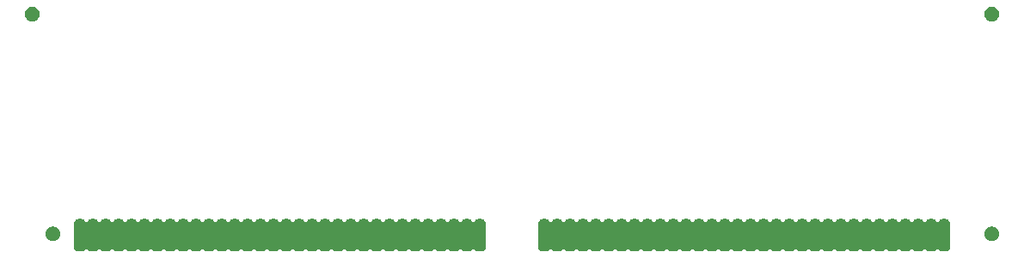
<source format=gbs>
G04 #@! TF.GenerationSoftware,KiCad,Pcbnew,(5.1.5-0-10_14)*
G04 #@! TF.CreationDate,2021-04-12T16:57:48-04:00*
G04 #@! TF.ProjectId,ROMSIMM,524f4d53-494d-44d2-9e6b-696361645f70,1.0*
G04 #@! TF.SameCoordinates,Original*
G04 #@! TF.FileFunction,Soldermask,Bot*
G04 #@! TF.FilePolarity,Negative*
%FSLAX46Y46*%
G04 Gerber Fmt 4.6, Leading zero omitted, Abs format (unit mm)*
G04 Created by KiCad (PCBNEW (5.1.5-0-10_14)) date 2021-04-12 16:57:48*
%MOMM*%
%LPD*%
G04 APERTURE LIST*
%ADD10C,0.100000*%
G04 APERTURE END LIST*
D10*
G36*
X78325114Y-124521202D02*
G01*
X78412594Y-124547739D01*
X78493210Y-124590829D01*
X78563876Y-124648824D01*
X78621871Y-124719490D01*
X78664961Y-124800106D01*
X78692154Y-124889750D01*
X78695905Y-124898805D01*
X78701350Y-124906955D01*
X78708281Y-124913886D01*
X78716431Y-124919331D01*
X78725486Y-124923082D01*
X78735099Y-124924994D01*
X78744901Y-124924994D01*
X78754514Y-124923082D01*
X78763569Y-124919331D01*
X78771719Y-124913886D01*
X78778650Y-124906955D01*
X78784095Y-124898805D01*
X78787846Y-124889750D01*
X78815039Y-124800106D01*
X78858129Y-124719490D01*
X78916124Y-124648824D01*
X78986790Y-124590829D01*
X79067406Y-124547739D01*
X79154886Y-124521202D01*
X79248314Y-124512000D01*
X79501686Y-124512000D01*
X79595114Y-124521202D01*
X79682594Y-124547739D01*
X79763210Y-124590829D01*
X79833876Y-124648824D01*
X79891871Y-124719490D01*
X79934961Y-124800106D01*
X79962154Y-124889750D01*
X79965905Y-124898805D01*
X79971350Y-124906955D01*
X79978281Y-124913886D01*
X79986431Y-124919331D01*
X79995486Y-124923082D01*
X80005099Y-124924994D01*
X80014901Y-124924994D01*
X80024514Y-124923082D01*
X80033569Y-124919331D01*
X80041719Y-124913886D01*
X80048650Y-124906955D01*
X80054095Y-124898805D01*
X80057846Y-124889750D01*
X80085039Y-124800106D01*
X80128129Y-124719490D01*
X80186124Y-124648824D01*
X80256790Y-124590829D01*
X80337406Y-124547739D01*
X80424886Y-124521202D01*
X80518314Y-124512000D01*
X80771686Y-124512000D01*
X80865114Y-124521202D01*
X80952594Y-124547739D01*
X81033210Y-124590829D01*
X81103876Y-124648824D01*
X81161871Y-124719490D01*
X81204961Y-124800106D01*
X81232154Y-124889750D01*
X81235905Y-124898805D01*
X81241350Y-124906955D01*
X81248281Y-124913886D01*
X81256431Y-124919331D01*
X81265486Y-124923082D01*
X81275099Y-124924994D01*
X81284901Y-124924994D01*
X81294514Y-124923082D01*
X81303569Y-124919331D01*
X81311719Y-124913886D01*
X81318650Y-124906955D01*
X81324095Y-124898805D01*
X81327846Y-124889750D01*
X81355039Y-124800106D01*
X81398129Y-124719490D01*
X81456124Y-124648824D01*
X81526790Y-124590829D01*
X81607406Y-124547739D01*
X81694886Y-124521202D01*
X81788314Y-124512000D01*
X82041686Y-124512000D01*
X82135114Y-124521202D01*
X82222594Y-124547739D01*
X82303210Y-124590829D01*
X82373876Y-124648824D01*
X82431871Y-124719490D01*
X82474961Y-124800106D01*
X82502154Y-124889750D01*
X82505905Y-124898805D01*
X82511350Y-124906955D01*
X82518281Y-124913886D01*
X82526431Y-124919331D01*
X82535486Y-124923082D01*
X82545099Y-124924994D01*
X82554901Y-124924994D01*
X82564514Y-124923082D01*
X82573569Y-124919331D01*
X82581719Y-124913886D01*
X82588650Y-124906955D01*
X82594095Y-124898805D01*
X82597846Y-124889750D01*
X82625039Y-124800106D01*
X82668129Y-124719490D01*
X82726124Y-124648824D01*
X82796790Y-124590829D01*
X82877406Y-124547739D01*
X82964886Y-124521202D01*
X83058314Y-124512000D01*
X83311686Y-124512000D01*
X83405114Y-124521202D01*
X83492594Y-124547739D01*
X83573210Y-124590829D01*
X83643876Y-124648824D01*
X83701871Y-124719490D01*
X83744961Y-124800106D01*
X83772154Y-124889750D01*
X83775905Y-124898805D01*
X83781350Y-124906955D01*
X83788281Y-124913886D01*
X83796431Y-124919331D01*
X83805486Y-124923082D01*
X83815099Y-124924994D01*
X83824901Y-124924994D01*
X83834514Y-124923082D01*
X83843569Y-124919331D01*
X83851719Y-124913886D01*
X83858650Y-124906955D01*
X83864095Y-124898805D01*
X83867846Y-124889750D01*
X83895039Y-124800106D01*
X83938129Y-124719490D01*
X83996124Y-124648824D01*
X84066790Y-124590829D01*
X84147406Y-124547739D01*
X84234886Y-124521202D01*
X84328314Y-124512000D01*
X84581686Y-124512000D01*
X84675114Y-124521202D01*
X84762594Y-124547739D01*
X84843210Y-124590829D01*
X84913876Y-124648824D01*
X84971871Y-124719490D01*
X85014961Y-124800106D01*
X85042154Y-124889750D01*
X85045905Y-124898805D01*
X85051350Y-124906955D01*
X85058281Y-124913886D01*
X85066431Y-124919331D01*
X85075486Y-124923082D01*
X85085099Y-124924994D01*
X85094901Y-124924994D01*
X85104514Y-124923082D01*
X85113569Y-124919331D01*
X85121719Y-124913886D01*
X85128650Y-124906955D01*
X85134095Y-124898805D01*
X85137846Y-124889750D01*
X85165039Y-124800106D01*
X85208129Y-124719490D01*
X85266124Y-124648824D01*
X85336790Y-124590829D01*
X85417406Y-124547739D01*
X85504886Y-124521202D01*
X85598314Y-124512000D01*
X85851686Y-124512000D01*
X85945114Y-124521202D01*
X86032594Y-124547739D01*
X86113210Y-124590829D01*
X86183876Y-124648824D01*
X86241871Y-124719490D01*
X86284961Y-124800106D01*
X86312154Y-124889750D01*
X86315905Y-124898805D01*
X86321350Y-124906955D01*
X86328281Y-124913886D01*
X86336431Y-124919331D01*
X86345486Y-124923082D01*
X86355099Y-124924994D01*
X86364901Y-124924994D01*
X86374514Y-124923082D01*
X86383569Y-124919331D01*
X86391719Y-124913886D01*
X86398650Y-124906955D01*
X86404095Y-124898805D01*
X86407846Y-124889750D01*
X86435039Y-124800106D01*
X86478129Y-124719490D01*
X86536124Y-124648824D01*
X86606790Y-124590829D01*
X86687406Y-124547739D01*
X86774886Y-124521202D01*
X86868314Y-124512000D01*
X87121686Y-124512000D01*
X87215114Y-124521202D01*
X87302594Y-124547739D01*
X87383210Y-124590829D01*
X87453876Y-124648824D01*
X87511871Y-124719490D01*
X87554961Y-124800106D01*
X87582154Y-124889750D01*
X87585905Y-124898805D01*
X87591350Y-124906955D01*
X87598281Y-124913886D01*
X87606431Y-124919331D01*
X87615486Y-124923082D01*
X87625099Y-124924994D01*
X87634901Y-124924994D01*
X87644514Y-124923082D01*
X87653569Y-124919331D01*
X87661719Y-124913886D01*
X87668650Y-124906955D01*
X87674095Y-124898805D01*
X87677846Y-124889750D01*
X87705039Y-124800106D01*
X87748129Y-124719490D01*
X87806124Y-124648824D01*
X87876790Y-124590829D01*
X87957406Y-124547739D01*
X88044886Y-124521202D01*
X88138314Y-124512000D01*
X88391686Y-124512000D01*
X88485114Y-124521202D01*
X88572594Y-124547739D01*
X88653210Y-124590829D01*
X88723876Y-124648824D01*
X88781871Y-124719490D01*
X88824961Y-124800106D01*
X88852154Y-124889750D01*
X88855905Y-124898805D01*
X88861350Y-124906955D01*
X88868281Y-124913886D01*
X88876431Y-124919331D01*
X88885486Y-124923082D01*
X88895099Y-124924994D01*
X88904901Y-124924994D01*
X88914514Y-124923082D01*
X88923569Y-124919331D01*
X88931719Y-124913886D01*
X88938650Y-124906955D01*
X88944095Y-124898805D01*
X88947846Y-124889750D01*
X88975039Y-124800106D01*
X89018129Y-124719490D01*
X89076124Y-124648824D01*
X89146790Y-124590829D01*
X89227406Y-124547739D01*
X89314886Y-124521202D01*
X89408314Y-124512000D01*
X89661686Y-124512000D01*
X89755114Y-124521202D01*
X89842594Y-124547739D01*
X89923210Y-124590829D01*
X89993876Y-124648824D01*
X90051871Y-124719490D01*
X90094961Y-124800106D01*
X90122154Y-124889750D01*
X90125905Y-124898805D01*
X90131350Y-124906955D01*
X90138281Y-124913886D01*
X90146431Y-124919331D01*
X90155486Y-124923082D01*
X90165099Y-124924994D01*
X90174901Y-124924994D01*
X90184514Y-124923082D01*
X90193569Y-124919331D01*
X90201719Y-124913886D01*
X90208650Y-124906955D01*
X90214095Y-124898805D01*
X90217846Y-124889750D01*
X90245039Y-124800106D01*
X90288129Y-124719490D01*
X90346124Y-124648824D01*
X90416790Y-124590829D01*
X90497406Y-124547739D01*
X90584886Y-124521202D01*
X90678314Y-124512000D01*
X90931686Y-124512000D01*
X91025114Y-124521202D01*
X91112594Y-124547739D01*
X91193210Y-124590829D01*
X91263876Y-124648824D01*
X91321871Y-124719490D01*
X91364961Y-124800106D01*
X91392154Y-124889750D01*
X91395905Y-124898805D01*
X91401350Y-124906955D01*
X91408281Y-124913886D01*
X91416431Y-124919331D01*
X91425486Y-124923082D01*
X91435099Y-124924994D01*
X91444901Y-124924994D01*
X91454514Y-124923082D01*
X91463569Y-124919331D01*
X91471719Y-124913886D01*
X91478650Y-124906955D01*
X91484095Y-124898805D01*
X91487846Y-124889750D01*
X91515039Y-124800106D01*
X91558129Y-124719490D01*
X91616124Y-124648824D01*
X91686790Y-124590829D01*
X91767406Y-124547739D01*
X91854886Y-124521202D01*
X91948314Y-124512000D01*
X92201686Y-124512000D01*
X92295114Y-124521202D01*
X92382594Y-124547739D01*
X92463210Y-124590829D01*
X92533876Y-124648824D01*
X92591871Y-124719490D01*
X92634961Y-124800106D01*
X92662154Y-124889750D01*
X92665905Y-124898805D01*
X92671350Y-124906955D01*
X92678281Y-124913886D01*
X92686431Y-124919331D01*
X92695486Y-124923082D01*
X92705099Y-124924994D01*
X92714901Y-124924994D01*
X92724514Y-124923082D01*
X92733569Y-124919331D01*
X92741719Y-124913886D01*
X92748650Y-124906955D01*
X92754095Y-124898805D01*
X92757846Y-124889750D01*
X92785039Y-124800106D01*
X92828129Y-124719490D01*
X92886124Y-124648824D01*
X92956790Y-124590829D01*
X93037406Y-124547739D01*
X93124886Y-124521202D01*
X93218314Y-124512000D01*
X93471686Y-124512000D01*
X93565114Y-124521202D01*
X93652594Y-124547739D01*
X93733210Y-124590829D01*
X93803876Y-124648824D01*
X93861871Y-124719490D01*
X93904961Y-124800106D01*
X93932154Y-124889750D01*
X93935905Y-124898805D01*
X93941350Y-124906955D01*
X93948281Y-124913886D01*
X93956431Y-124919331D01*
X93965486Y-124923082D01*
X93975099Y-124924994D01*
X93984901Y-124924994D01*
X93994514Y-124923082D01*
X94003569Y-124919331D01*
X94011719Y-124913886D01*
X94018650Y-124906955D01*
X94024095Y-124898805D01*
X94027846Y-124889750D01*
X94055039Y-124800106D01*
X94098129Y-124719490D01*
X94156124Y-124648824D01*
X94226790Y-124590829D01*
X94307406Y-124547739D01*
X94394886Y-124521202D01*
X94488314Y-124512000D01*
X94741686Y-124512000D01*
X94835114Y-124521202D01*
X94922594Y-124547739D01*
X95003210Y-124590829D01*
X95073876Y-124648824D01*
X95131871Y-124719490D01*
X95174961Y-124800106D01*
X95202154Y-124889750D01*
X95205905Y-124898805D01*
X95211350Y-124906955D01*
X95218281Y-124913886D01*
X95226431Y-124919331D01*
X95235486Y-124923082D01*
X95245099Y-124924994D01*
X95254901Y-124924994D01*
X95264514Y-124923082D01*
X95273569Y-124919331D01*
X95281719Y-124913886D01*
X95288650Y-124906955D01*
X95294095Y-124898805D01*
X95297846Y-124889750D01*
X95325039Y-124800106D01*
X95368129Y-124719490D01*
X95426124Y-124648824D01*
X95496790Y-124590829D01*
X95577406Y-124547739D01*
X95664886Y-124521202D01*
X95758314Y-124512000D01*
X96011686Y-124512000D01*
X96105114Y-124521202D01*
X96192594Y-124547739D01*
X96273210Y-124590829D01*
X96343876Y-124648824D01*
X96401871Y-124719490D01*
X96444961Y-124800106D01*
X96472154Y-124889750D01*
X96475905Y-124898805D01*
X96481350Y-124906955D01*
X96488281Y-124913886D01*
X96496431Y-124919331D01*
X96505486Y-124923082D01*
X96515099Y-124924994D01*
X96524901Y-124924994D01*
X96534514Y-124923082D01*
X96543569Y-124919331D01*
X96551719Y-124913886D01*
X96558650Y-124906955D01*
X96564095Y-124898805D01*
X96567846Y-124889750D01*
X96595039Y-124800106D01*
X96638129Y-124719490D01*
X96696124Y-124648824D01*
X96766790Y-124590829D01*
X96847406Y-124547739D01*
X96934886Y-124521202D01*
X97028314Y-124512000D01*
X97281686Y-124512000D01*
X97375114Y-124521202D01*
X97462594Y-124547739D01*
X97543210Y-124590829D01*
X97613876Y-124648824D01*
X97671871Y-124719490D01*
X97714961Y-124800106D01*
X97742154Y-124889750D01*
X97745905Y-124898805D01*
X97751350Y-124906955D01*
X97758281Y-124913886D01*
X97766431Y-124919331D01*
X97775486Y-124923082D01*
X97785099Y-124924994D01*
X97794901Y-124924994D01*
X97804514Y-124923082D01*
X97813569Y-124919331D01*
X97821719Y-124913886D01*
X97828650Y-124906955D01*
X97834095Y-124898805D01*
X97837846Y-124889750D01*
X97865039Y-124800106D01*
X97908129Y-124719490D01*
X97966124Y-124648824D01*
X98036790Y-124590829D01*
X98117406Y-124547739D01*
X98204886Y-124521202D01*
X98298314Y-124512000D01*
X98551686Y-124512000D01*
X98645114Y-124521202D01*
X98732594Y-124547739D01*
X98813210Y-124590829D01*
X98883876Y-124648824D01*
X98941871Y-124719490D01*
X98984961Y-124800106D01*
X99012154Y-124889750D01*
X99015905Y-124898805D01*
X99021350Y-124906955D01*
X99028281Y-124913886D01*
X99036431Y-124919331D01*
X99045486Y-124923082D01*
X99055099Y-124924994D01*
X99064901Y-124924994D01*
X99074514Y-124923082D01*
X99083569Y-124919331D01*
X99091719Y-124913886D01*
X99098650Y-124906955D01*
X99104095Y-124898805D01*
X99107846Y-124889750D01*
X99135039Y-124800106D01*
X99178129Y-124719490D01*
X99236124Y-124648824D01*
X99306790Y-124590829D01*
X99387406Y-124547739D01*
X99474886Y-124521202D01*
X99568314Y-124512000D01*
X99821686Y-124512000D01*
X99915114Y-124521202D01*
X100002594Y-124547739D01*
X100083210Y-124590829D01*
X100153876Y-124648824D01*
X100211871Y-124719490D01*
X100254961Y-124800106D01*
X100282154Y-124889750D01*
X100285905Y-124898805D01*
X100291350Y-124906955D01*
X100298281Y-124913886D01*
X100306431Y-124919331D01*
X100315486Y-124923082D01*
X100325099Y-124924994D01*
X100334901Y-124924994D01*
X100344514Y-124923082D01*
X100353569Y-124919331D01*
X100361719Y-124913886D01*
X100368650Y-124906955D01*
X100374095Y-124898805D01*
X100377846Y-124889750D01*
X100405039Y-124800106D01*
X100448129Y-124719490D01*
X100506124Y-124648824D01*
X100576790Y-124590829D01*
X100657406Y-124547739D01*
X100744886Y-124521202D01*
X100838314Y-124512000D01*
X101091686Y-124512000D01*
X101185114Y-124521202D01*
X101272594Y-124547739D01*
X101353210Y-124590829D01*
X101423876Y-124648824D01*
X101481871Y-124719490D01*
X101524961Y-124800106D01*
X101552154Y-124889750D01*
X101555905Y-124898805D01*
X101561350Y-124906955D01*
X101568281Y-124913886D01*
X101576431Y-124919331D01*
X101585486Y-124923082D01*
X101595099Y-124924994D01*
X101604901Y-124924994D01*
X101614514Y-124923082D01*
X101623569Y-124919331D01*
X101631719Y-124913886D01*
X101638650Y-124906955D01*
X101644095Y-124898805D01*
X101647846Y-124889750D01*
X101675039Y-124800106D01*
X101718129Y-124719490D01*
X101776124Y-124648824D01*
X101846790Y-124590829D01*
X101927406Y-124547739D01*
X102014886Y-124521202D01*
X102108314Y-124512000D01*
X102361686Y-124512000D01*
X102455114Y-124521202D01*
X102542594Y-124547739D01*
X102623210Y-124590829D01*
X102693876Y-124648824D01*
X102751871Y-124719490D01*
X102794961Y-124800106D01*
X102822154Y-124889750D01*
X102825905Y-124898805D01*
X102831350Y-124906955D01*
X102838281Y-124913886D01*
X102846431Y-124919331D01*
X102855486Y-124923082D01*
X102865099Y-124924994D01*
X102874901Y-124924994D01*
X102884514Y-124923082D01*
X102893569Y-124919331D01*
X102901719Y-124913886D01*
X102908650Y-124906955D01*
X102914095Y-124898805D01*
X102917846Y-124889750D01*
X102945039Y-124800106D01*
X102988129Y-124719490D01*
X103046124Y-124648824D01*
X103116790Y-124590829D01*
X103197406Y-124547739D01*
X103284886Y-124521202D01*
X103378314Y-124512000D01*
X103631686Y-124512000D01*
X103725114Y-124521202D01*
X103812594Y-124547739D01*
X103893210Y-124590829D01*
X103963876Y-124648824D01*
X104021871Y-124719490D01*
X104064961Y-124800106D01*
X104092154Y-124889750D01*
X104095905Y-124898805D01*
X104101350Y-124906955D01*
X104108281Y-124913886D01*
X104116431Y-124919331D01*
X104125486Y-124923082D01*
X104135099Y-124924994D01*
X104144901Y-124924994D01*
X104154514Y-124923082D01*
X104163569Y-124919331D01*
X104171719Y-124913886D01*
X104178650Y-124906955D01*
X104184095Y-124898805D01*
X104187846Y-124889750D01*
X104215039Y-124800106D01*
X104258129Y-124719490D01*
X104316124Y-124648824D01*
X104386790Y-124590829D01*
X104467406Y-124547739D01*
X104554886Y-124521202D01*
X104648314Y-124512000D01*
X104901686Y-124512000D01*
X104995114Y-124521202D01*
X105082594Y-124547739D01*
X105163210Y-124590829D01*
X105233876Y-124648824D01*
X105291871Y-124719490D01*
X105334961Y-124800106D01*
X105362154Y-124889750D01*
X105365905Y-124898805D01*
X105371350Y-124906955D01*
X105378281Y-124913886D01*
X105386431Y-124919331D01*
X105395486Y-124923082D01*
X105405099Y-124924994D01*
X105414901Y-124924994D01*
X105424514Y-124923082D01*
X105433569Y-124919331D01*
X105441719Y-124913886D01*
X105448650Y-124906955D01*
X105454095Y-124898805D01*
X105457846Y-124889750D01*
X105485039Y-124800106D01*
X105528129Y-124719490D01*
X105586124Y-124648824D01*
X105656790Y-124590829D01*
X105737406Y-124547739D01*
X105824886Y-124521202D01*
X105918314Y-124512000D01*
X106171686Y-124512000D01*
X106265114Y-124521202D01*
X106352594Y-124547739D01*
X106433210Y-124590829D01*
X106503876Y-124648824D01*
X106561871Y-124719490D01*
X106604961Y-124800106D01*
X106632154Y-124889750D01*
X106635905Y-124898805D01*
X106641350Y-124906955D01*
X106648281Y-124913886D01*
X106656431Y-124919331D01*
X106665486Y-124923082D01*
X106675099Y-124924994D01*
X106684901Y-124924994D01*
X106694514Y-124923082D01*
X106703569Y-124919331D01*
X106711719Y-124913886D01*
X106718650Y-124906955D01*
X106724095Y-124898805D01*
X106727846Y-124889750D01*
X106755039Y-124800106D01*
X106798129Y-124719490D01*
X106856124Y-124648824D01*
X106926790Y-124590829D01*
X107007406Y-124547739D01*
X107094886Y-124521202D01*
X107188314Y-124512000D01*
X107441686Y-124512000D01*
X107535114Y-124521202D01*
X107622594Y-124547739D01*
X107703210Y-124590829D01*
X107773876Y-124648824D01*
X107831871Y-124719490D01*
X107874961Y-124800106D01*
X107902154Y-124889750D01*
X107905905Y-124898805D01*
X107911350Y-124906955D01*
X107918281Y-124913886D01*
X107926431Y-124919331D01*
X107935486Y-124923082D01*
X107945099Y-124924994D01*
X107954901Y-124924994D01*
X107964514Y-124923082D01*
X107973569Y-124919331D01*
X107981719Y-124913886D01*
X107988650Y-124906955D01*
X107994095Y-124898805D01*
X107997846Y-124889750D01*
X108025039Y-124800106D01*
X108068129Y-124719490D01*
X108126124Y-124648824D01*
X108196790Y-124590829D01*
X108277406Y-124547739D01*
X108364886Y-124521202D01*
X108458314Y-124512000D01*
X108711686Y-124512000D01*
X108805114Y-124521202D01*
X108892594Y-124547739D01*
X108973210Y-124590829D01*
X109043876Y-124648824D01*
X109101871Y-124719490D01*
X109144961Y-124800106D01*
X109172154Y-124889750D01*
X109175905Y-124898805D01*
X109181350Y-124906955D01*
X109188281Y-124913886D01*
X109196431Y-124919331D01*
X109205486Y-124923082D01*
X109215099Y-124924994D01*
X109224901Y-124924994D01*
X109234514Y-124923082D01*
X109243569Y-124919331D01*
X109251719Y-124913886D01*
X109258650Y-124906955D01*
X109264095Y-124898805D01*
X109267846Y-124889750D01*
X109295039Y-124800106D01*
X109338129Y-124719490D01*
X109396124Y-124648824D01*
X109466790Y-124590829D01*
X109547406Y-124547739D01*
X109634886Y-124521202D01*
X109728314Y-124512000D01*
X109981686Y-124512000D01*
X110075114Y-124521202D01*
X110162594Y-124547739D01*
X110243210Y-124590829D01*
X110313876Y-124648824D01*
X110371871Y-124719490D01*
X110414961Y-124800106D01*
X110442154Y-124889750D01*
X110445905Y-124898805D01*
X110451350Y-124906955D01*
X110458281Y-124913886D01*
X110466431Y-124919331D01*
X110475486Y-124923082D01*
X110485099Y-124924994D01*
X110494901Y-124924994D01*
X110504514Y-124923082D01*
X110513569Y-124919331D01*
X110521719Y-124913886D01*
X110528650Y-124906955D01*
X110534095Y-124898805D01*
X110537846Y-124889750D01*
X110565039Y-124800106D01*
X110608129Y-124719490D01*
X110666124Y-124648824D01*
X110736790Y-124590829D01*
X110817406Y-124547739D01*
X110904886Y-124521202D01*
X110998314Y-124512000D01*
X111251686Y-124512000D01*
X111345114Y-124521202D01*
X111432594Y-124547739D01*
X111513210Y-124590829D01*
X111583876Y-124648824D01*
X111641871Y-124719490D01*
X111684961Y-124800106D01*
X111712154Y-124889750D01*
X111715905Y-124898805D01*
X111721350Y-124906955D01*
X111728281Y-124913886D01*
X111736431Y-124919331D01*
X111745486Y-124923082D01*
X111755099Y-124924994D01*
X111764901Y-124924994D01*
X111774514Y-124923082D01*
X111783569Y-124919331D01*
X111791719Y-124913886D01*
X111798650Y-124906955D01*
X111804095Y-124898805D01*
X111807846Y-124889750D01*
X111835039Y-124800106D01*
X111878129Y-124719490D01*
X111936124Y-124648824D01*
X112006790Y-124590829D01*
X112087406Y-124547739D01*
X112174886Y-124521202D01*
X112268314Y-124512000D01*
X112521686Y-124512000D01*
X112615114Y-124521202D01*
X112702594Y-124547739D01*
X112783210Y-124590829D01*
X112853876Y-124648824D01*
X112911871Y-124719490D01*
X112954961Y-124800106D01*
X112982154Y-124889750D01*
X112985905Y-124898805D01*
X112991350Y-124906955D01*
X112998281Y-124913886D01*
X113006431Y-124919331D01*
X113015486Y-124923082D01*
X113025099Y-124924994D01*
X113034901Y-124924994D01*
X113044514Y-124923082D01*
X113053569Y-124919331D01*
X113061719Y-124913886D01*
X113068650Y-124906955D01*
X113074095Y-124898805D01*
X113077846Y-124889750D01*
X113105039Y-124800106D01*
X113148129Y-124719490D01*
X113206124Y-124648824D01*
X113276790Y-124590829D01*
X113357406Y-124547739D01*
X113444886Y-124521202D01*
X113538314Y-124512000D01*
X113791686Y-124512000D01*
X113885114Y-124521202D01*
X113972594Y-124547739D01*
X114053210Y-124590829D01*
X114123876Y-124648824D01*
X114181871Y-124719490D01*
X114224961Y-124800106D01*
X114252154Y-124889750D01*
X114255905Y-124898805D01*
X114261350Y-124906955D01*
X114268281Y-124913886D01*
X114276431Y-124919331D01*
X114285486Y-124923082D01*
X114295099Y-124924994D01*
X114304901Y-124924994D01*
X114314514Y-124923082D01*
X114323569Y-124919331D01*
X114331719Y-124913886D01*
X114338650Y-124906955D01*
X114344095Y-124898805D01*
X114347846Y-124889750D01*
X114375039Y-124800106D01*
X114418129Y-124719490D01*
X114476124Y-124648824D01*
X114546790Y-124590829D01*
X114627406Y-124547739D01*
X114714886Y-124521202D01*
X114808314Y-124512000D01*
X115061686Y-124512000D01*
X115155114Y-124521202D01*
X115242594Y-124547739D01*
X115323210Y-124590829D01*
X115393876Y-124648824D01*
X115451871Y-124719490D01*
X115494961Y-124800106D01*
X115522154Y-124889750D01*
X115525905Y-124898805D01*
X115531350Y-124906955D01*
X115538281Y-124913886D01*
X115546431Y-124919331D01*
X115555486Y-124923082D01*
X115565099Y-124924994D01*
X115574901Y-124924994D01*
X115584514Y-124923082D01*
X115593569Y-124919331D01*
X115601719Y-124913886D01*
X115608650Y-124906955D01*
X115614095Y-124898805D01*
X115617846Y-124889750D01*
X115645039Y-124800106D01*
X115688129Y-124719490D01*
X115746124Y-124648824D01*
X115816790Y-124590829D01*
X115897406Y-124547739D01*
X115984886Y-124521202D01*
X116078314Y-124512000D01*
X116331686Y-124512000D01*
X116425114Y-124521202D01*
X116512594Y-124547739D01*
X116593210Y-124590829D01*
X116663876Y-124648824D01*
X116721871Y-124719490D01*
X116764961Y-124800106D01*
X116792154Y-124889750D01*
X116795905Y-124898805D01*
X116801350Y-124906955D01*
X116808281Y-124913886D01*
X116816431Y-124919331D01*
X116825486Y-124923082D01*
X116835099Y-124924994D01*
X116844901Y-124924994D01*
X116854514Y-124923082D01*
X116863569Y-124919331D01*
X116871719Y-124913886D01*
X116878650Y-124906955D01*
X116884095Y-124898805D01*
X116887846Y-124889750D01*
X116915039Y-124800106D01*
X116958129Y-124719490D01*
X117016124Y-124648824D01*
X117086790Y-124590829D01*
X117167406Y-124547739D01*
X117254886Y-124521202D01*
X117348314Y-124512000D01*
X117601686Y-124512000D01*
X117695114Y-124521202D01*
X117782594Y-124547739D01*
X117863210Y-124590829D01*
X117933876Y-124648824D01*
X117991871Y-124719490D01*
X118034961Y-124800106D01*
X118061498Y-124887586D01*
X118070700Y-124981014D01*
X118070700Y-127240986D01*
X118061498Y-127334414D01*
X118034961Y-127421894D01*
X117991871Y-127502510D01*
X117933876Y-127573176D01*
X117863210Y-127631171D01*
X117782594Y-127674261D01*
X117695114Y-127700798D01*
X117601686Y-127710000D01*
X117348314Y-127710000D01*
X117254886Y-127700798D01*
X117167406Y-127674261D01*
X117086790Y-127631171D01*
X117016124Y-127573176D01*
X116958129Y-127502510D01*
X116915039Y-127421894D01*
X116887846Y-127332250D01*
X116884095Y-127323195D01*
X116878650Y-127315045D01*
X116871719Y-127308114D01*
X116863569Y-127302669D01*
X116854514Y-127298918D01*
X116844901Y-127297006D01*
X116835099Y-127297006D01*
X116825486Y-127298918D01*
X116816431Y-127302669D01*
X116808281Y-127308114D01*
X116801350Y-127315045D01*
X116795905Y-127323195D01*
X116792154Y-127332250D01*
X116764961Y-127421894D01*
X116721871Y-127502510D01*
X116663876Y-127573176D01*
X116593210Y-127631171D01*
X116512594Y-127674261D01*
X116425114Y-127700798D01*
X116331686Y-127710000D01*
X116078314Y-127710000D01*
X115984886Y-127700798D01*
X115897406Y-127674261D01*
X115816790Y-127631171D01*
X115746124Y-127573176D01*
X115688129Y-127502510D01*
X115645039Y-127421894D01*
X115617846Y-127332250D01*
X115614095Y-127323195D01*
X115608650Y-127315045D01*
X115601719Y-127308114D01*
X115593569Y-127302669D01*
X115584514Y-127298918D01*
X115574901Y-127297006D01*
X115565099Y-127297006D01*
X115555486Y-127298918D01*
X115546431Y-127302669D01*
X115538281Y-127308114D01*
X115531350Y-127315045D01*
X115525905Y-127323195D01*
X115522154Y-127332250D01*
X115494961Y-127421894D01*
X115451871Y-127502510D01*
X115393876Y-127573176D01*
X115323210Y-127631171D01*
X115242594Y-127674261D01*
X115155114Y-127700798D01*
X115061686Y-127710000D01*
X114808314Y-127710000D01*
X114714886Y-127700798D01*
X114627406Y-127674261D01*
X114546790Y-127631171D01*
X114476124Y-127573176D01*
X114418129Y-127502510D01*
X114375039Y-127421894D01*
X114347846Y-127332250D01*
X114344095Y-127323195D01*
X114338650Y-127315045D01*
X114331719Y-127308114D01*
X114323569Y-127302669D01*
X114314514Y-127298918D01*
X114304901Y-127297006D01*
X114295099Y-127297006D01*
X114285486Y-127298918D01*
X114276431Y-127302669D01*
X114268281Y-127308114D01*
X114261350Y-127315045D01*
X114255905Y-127323195D01*
X114252154Y-127332250D01*
X114224961Y-127421894D01*
X114181871Y-127502510D01*
X114123876Y-127573176D01*
X114053210Y-127631171D01*
X113972594Y-127674261D01*
X113885114Y-127700798D01*
X113791686Y-127710000D01*
X113538314Y-127710000D01*
X113444886Y-127700798D01*
X113357406Y-127674261D01*
X113276790Y-127631171D01*
X113206124Y-127573176D01*
X113148129Y-127502510D01*
X113105039Y-127421894D01*
X113077846Y-127332250D01*
X113074095Y-127323195D01*
X113068650Y-127315045D01*
X113061719Y-127308114D01*
X113053569Y-127302669D01*
X113044514Y-127298918D01*
X113034901Y-127297006D01*
X113025099Y-127297006D01*
X113015486Y-127298918D01*
X113006431Y-127302669D01*
X112998281Y-127308114D01*
X112991350Y-127315045D01*
X112985905Y-127323195D01*
X112982154Y-127332250D01*
X112954961Y-127421894D01*
X112911871Y-127502510D01*
X112853876Y-127573176D01*
X112783210Y-127631171D01*
X112702594Y-127674261D01*
X112615114Y-127700798D01*
X112521686Y-127710000D01*
X112268314Y-127710000D01*
X112174886Y-127700798D01*
X112087406Y-127674261D01*
X112006790Y-127631171D01*
X111936124Y-127573176D01*
X111878129Y-127502510D01*
X111835039Y-127421894D01*
X111807846Y-127332250D01*
X111804095Y-127323195D01*
X111798650Y-127315045D01*
X111791719Y-127308114D01*
X111783569Y-127302669D01*
X111774514Y-127298918D01*
X111764901Y-127297006D01*
X111755099Y-127297006D01*
X111745486Y-127298918D01*
X111736431Y-127302669D01*
X111728281Y-127308114D01*
X111721350Y-127315045D01*
X111715905Y-127323195D01*
X111712154Y-127332250D01*
X111684961Y-127421894D01*
X111641871Y-127502510D01*
X111583876Y-127573176D01*
X111513210Y-127631171D01*
X111432594Y-127674261D01*
X111345114Y-127700798D01*
X111251686Y-127710000D01*
X110998314Y-127710000D01*
X110904886Y-127700798D01*
X110817406Y-127674261D01*
X110736790Y-127631171D01*
X110666124Y-127573176D01*
X110608129Y-127502510D01*
X110565039Y-127421894D01*
X110537846Y-127332250D01*
X110534095Y-127323195D01*
X110528650Y-127315045D01*
X110521719Y-127308114D01*
X110513569Y-127302669D01*
X110504514Y-127298918D01*
X110494901Y-127297006D01*
X110485099Y-127297006D01*
X110475486Y-127298918D01*
X110466431Y-127302669D01*
X110458281Y-127308114D01*
X110451350Y-127315045D01*
X110445905Y-127323195D01*
X110442154Y-127332250D01*
X110414961Y-127421894D01*
X110371871Y-127502510D01*
X110313876Y-127573176D01*
X110243210Y-127631171D01*
X110162594Y-127674261D01*
X110075114Y-127700798D01*
X109981686Y-127710000D01*
X109728314Y-127710000D01*
X109634886Y-127700798D01*
X109547406Y-127674261D01*
X109466790Y-127631171D01*
X109396124Y-127573176D01*
X109338129Y-127502510D01*
X109295039Y-127421894D01*
X109267846Y-127332250D01*
X109264095Y-127323195D01*
X109258650Y-127315045D01*
X109251719Y-127308114D01*
X109243569Y-127302669D01*
X109234514Y-127298918D01*
X109224901Y-127297006D01*
X109215099Y-127297006D01*
X109205486Y-127298918D01*
X109196431Y-127302669D01*
X109188281Y-127308114D01*
X109181350Y-127315045D01*
X109175905Y-127323195D01*
X109172154Y-127332250D01*
X109144961Y-127421894D01*
X109101871Y-127502510D01*
X109043876Y-127573176D01*
X108973210Y-127631171D01*
X108892594Y-127674261D01*
X108805114Y-127700798D01*
X108711686Y-127710000D01*
X108458314Y-127710000D01*
X108364886Y-127700798D01*
X108277406Y-127674261D01*
X108196790Y-127631171D01*
X108126124Y-127573176D01*
X108068129Y-127502510D01*
X108025039Y-127421894D01*
X107997846Y-127332250D01*
X107994095Y-127323195D01*
X107988650Y-127315045D01*
X107981719Y-127308114D01*
X107973569Y-127302669D01*
X107964514Y-127298918D01*
X107954901Y-127297006D01*
X107945099Y-127297006D01*
X107935486Y-127298918D01*
X107926431Y-127302669D01*
X107918281Y-127308114D01*
X107911350Y-127315045D01*
X107905905Y-127323195D01*
X107902154Y-127332250D01*
X107874961Y-127421894D01*
X107831871Y-127502510D01*
X107773876Y-127573176D01*
X107703210Y-127631171D01*
X107622594Y-127674261D01*
X107535114Y-127700798D01*
X107441686Y-127710000D01*
X107188314Y-127710000D01*
X107094886Y-127700798D01*
X107007406Y-127674261D01*
X106926790Y-127631171D01*
X106856124Y-127573176D01*
X106798129Y-127502510D01*
X106755039Y-127421894D01*
X106727846Y-127332250D01*
X106724095Y-127323195D01*
X106718650Y-127315045D01*
X106711719Y-127308114D01*
X106703569Y-127302669D01*
X106694514Y-127298918D01*
X106684901Y-127297006D01*
X106675099Y-127297006D01*
X106665486Y-127298918D01*
X106656431Y-127302669D01*
X106648281Y-127308114D01*
X106641350Y-127315045D01*
X106635905Y-127323195D01*
X106632154Y-127332250D01*
X106604961Y-127421894D01*
X106561871Y-127502510D01*
X106503876Y-127573176D01*
X106433210Y-127631171D01*
X106352594Y-127674261D01*
X106265114Y-127700798D01*
X106171686Y-127710000D01*
X105918314Y-127710000D01*
X105824886Y-127700798D01*
X105737406Y-127674261D01*
X105656790Y-127631171D01*
X105586124Y-127573176D01*
X105528129Y-127502510D01*
X105485039Y-127421894D01*
X105457846Y-127332250D01*
X105454095Y-127323195D01*
X105448650Y-127315045D01*
X105441719Y-127308114D01*
X105433569Y-127302669D01*
X105424514Y-127298918D01*
X105414901Y-127297006D01*
X105405099Y-127297006D01*
X105395486Y-127298918D01*
X105386431Y-127302669D01*
X105378281Y-127308114D01*
X105371350Y-127315045D01*
X105365905Y-127323195D01*
X105362154Y-127332250D01*
X105334961Y-127421894D01*
X105291871Y-127502510D01*
X105233876Y-127573176D01*
X105163210Y-127631171D01*
X105082594Y-127674261D01*
X104995114Y-127700798D01*
X104901686Y-127710000D01*
X104648314Y-127710000D01*
X104554886Y-127700798D01*
X104467406Y-127674261D01*
X104386790Y-127631171D01*
X104316124Y-127573176D01*
X104258129Y-127502510D01*
X104215039Y-127421894D01*
X104187846Y-127332250D01*
X104184095Y-127323195D01*
X104178650Y-127315045D01*
X104171719Y-127308114D01*
X104163569Y-127302669D01*
X104154514Y-127298918D01*
X104144901Y-127297006D01*
X104135099Y-127297006D01*
X104125486Y-127298918D01*
X104116431Y-127302669D01*
X104108281Y-127308114D01*
X104101350Y-127315045D01*
X104095905Y-127323195D01*
X104092154Y-127332250D01*
X104064961Y-127421894D01*
X104021871Y-127502510D01*
X103963876Y-127573176D01*
X103893210Y-127631171D01*
X103812594Y-127674261D01*
X103725114Y-127700798D01*
X103631686Y-127710000D01*
X103378314Y-127710000D01*
X103284886Y-127700798D01*
X103197406Y-127674261D01*
X103116790Y-127631171D01*
X103046124Y-127573176D01*
X102988129Y-127502510D01*
X102945039Y-127421894D01*
X102917846Y-127332250D01*
X102914095Y-127323195D01*
X102908650Y-127315045D01*
X102901719Y-127308114D01*
X102893569Y-127302669D01*
X102884514Y-127298918D01*
X102874901Y-127297006D01*
X102865099Y-127297006D01*
X102855486Y-127298918D01*
X102846431Y-127302669D01*
X102838281Y-127308114D01*
X102831350Y-127315045D01*
X102825905Y-127323195D01*
X102822154Y-127332250D01*
X102794961Y-127421894D01*
X102751871Y-127502510D01*
X102693876Y-127573176D01*
X102623210Y-127631171D01*
X102542594Y-127674261D01*
X102455114Y-127700798D01*
X102361686Y-127710000D01*
X102108314Y-127710000D01*
X102014886Y-127700798D01*
X101927406Y-127674261D01*
X101846790Y-127631171D01*
X101776124Y-127573176D01*
X101718129Y-127502510D01*
X101675039Y-127421894D01*
X101647846Y-127332250D01*
X101644095Y-127323195D01*
X101638650Y-127315045D01*
X101631719Y-127308114D01*
X101623569Y-127302669D01*
X101614514Y-127298918D01*
X101604901Y-127297006D01*
X101595099Y-127297006D01*
X101585486Y-127298918D01*
X101576431Y-127302669D01*
X101568281Y-127308114D01*
X101561350Y-127315045D01*
X101555905Y-127323195D01*
X101552154Y-127332250D01*
X101524961Y-127421894D01*
X101481871Y-127502510D01*
X101423876Y-127573176D01*
X101353210Y-127631171D01*
X101272594Y-127674261D01*
X101185114Y-127700798D01*
X101091686Y-127710000D01*
X100838314Y-127710000D01*
X100744886Y-127700798D01*
X100657406Y-127674261D01*
X100576790Y-127631171D01*
X100506124Y-127573176D01*
X100448129Y-127502510D01*
X100405039Y-127421894D01*
X100377846Y-127332250D01*
X100374095Y-127323195D01*
X100368650Y-127315045D01*
X100361719Y-127308114D01*
X100353569Y-127302669D01*
X100344514Y-127298918D01*
X100334901Y-127297006D01*
X100325099Y-127297006D01*
X100315486Y-127298918D01*
X100306431Y-127302669D01*
X100298281Y-127308114D01*
X100291350Y-127315045D01*
X100285905Y-127323195D01*
X100282154Y-127332250D01*
X100254961Y-127421894D01*
X100211871Y-127502510D01*
X100153876Y-127573176D01*
X100083210Y-127631171D01*
X100002594Y-127674261D01*
X99915114Y-127700798D01*
X99821686Y-127710000D01*
X99568314Y-127710000D01*
X99474886Y-127700798D01*
X99387406Y-127674261D01*
X99306790Y-127631171D01*
X99236124Y-127573176D01*
X99178129Y-127502510D01*
X99135039Y-127421894D01*
X99107846Y-127332250D01*
X99104095Y-127323195D01*
X99098650Y-127315045D01*
X99091719Y-127308114D01*
X99083569Y-127302669D01*
X99074514Y-127298918D01*
X99064901Y-127297006D01*
X99055099Y-127297006D01*
X99045486Y-127298918D01*
X99036431Y-127302669D01*
X99028281Y-127308114D01*
X99021350Y-127315045D01*
X99015905Y-127323195D01*
X99012154Y-127332250D01*
X98984961Y-127421894D01*
X98941871Y-127502510D01*
X98883876Y-127573176D01*
X98813210Y-127631171D01*
X98732594Y-127674261D01*
X98645114Y-127700798D01*
X98551686Y-127710000D01*
X98298314Y-127710000D01*
X98204886Y-127700798D01*
X98117406Y-127674261D01*
X98036790Y-127631171D01*
X97966124Y-127573176D01*
X97908129Y-127502510D01*
X97865039Y-127421894D01*
X97837846Y-127332250D01*
X97834095Y-127323195D01*
X97828650Y-127315045D01*
X97821719Y-127308114D01*
X97813569Y-127302669D01*
X97804514Y-127298918D01*
X97794901Y-127297006D01*
X97785099Y-127297006D01*
X97775486Y-127298918D01*
X97766431Y-127302669D01*
X97758281Y-127308114D01*
X97751350Y-127315045D01*
X97745905Y-127323195D01*
X97742154Y-127332250D01*
X97714961Y-127421894D01*
X97671871Y-127502510D01*
X97613876Y-127573176D01*
X97543210Y-127631171D01*
X97462594Y-127674261D01*
X97375114Y-127700798D01*
X97281686Y-127710000D01*
X97028314Y-127710000D01*
X96934886Y-127700798D01*
X96847406Y-127674261D01*
X96766790Y-127631171D01*
X96696124Y-127573176D01*
X96638129Y-127502510D01*
X96595039Y-127421894D01*
X96567846Y-127332250D01*
X96564095Y-127323195D01*
X96558650Y-127315045D01*
X96551719Y-127308114D01*
X96543569Y-127302669D01*
X96534514Y-127298918D01*
X96524901Y-127297006D01*
X96515099Y-127297006D01*
X96505486Y-127298918D01*
X96496431Y-127302669D01*
X96488281Y-127308114D01*
X96481350Y-127315045D01*
X96475905Y-127323195D01*
X96472154Y-127332250D01*
X96444961Y-127421894D01*
X96401871Y-127502510D01*
X96343876Y-127573176D01*
X96273210Y-127631171D01*
X96192594Y-127674261D01*
X96105114Y-127700798D01*
X96011686Y-127710000D01*
X95758314Y-127710000D01*
X95664886Y-127700798D01*
X95577406Y-127674261D01*
X95496790Y-127631171D01*
X95426124Y-127573176D01*
X95368129Y-127502510D01*
X95325039Y-127421894D01*
X95297846Y-127332250D01*
X95294095Y-127323195D01*
X95288650Y-127315045D01*
X95281719Y-127308114D01*
X95273569Y-127302669D01*
X95264514Y-127298918D01*
X95254901Y-127297006D01*
X95245099Y-127297006D01*
X95235486Y-127298918D01*
X95226431Y-127302669D01*
X95218281Y-127308114D01*
X95211350Y-127315045D01*
X95205905Y-127323195D01*
X95202154Y-127332250D01*
X95174961Y-127421894D01*
X95131871Y-127502510D01*
X95073876Y-127573176D01*
X95003210Y-127631171D01*
X94922594Y-127674261D01*
X94835114Y-127700798D01*
X94741686Y-127710000D01*
X94488314Y-127710000D01*
X94394886Y-127700798D01*
X94307406Y-127674261D01*
X94226790Y-127631171D01*
X94156124Y-127573176D01*
X94098129Y-127502510D01*
X94055039Y-127421894D01*
X94027846Y-127332250D01*
X94024095Y-127323195D01*
X94018650Y-127315045D01*
X94011719Y-127308114D01*
X94003569Y-127302669D01*
X93994514Y-127298918D01*
X93984901Y-127297006D01*
X93975099Y-127297006D01*
X93965486Y-127298918D01*
X93956431Y-127302669D01*
X93948281Y-127308114D01*
X93941350Y-127315045D01*
X93935905Y-127323195D01*
X93932154Y-127332250D01*
X93904961Y-127421894D01*
X93861871Y-127502510D01*
X93803876Y-127573176D01*
X93733210Y-127631171D01*
X93652594Y-127674261D01*
X93565114Y-127700798D01*
X93471686Y-127710000D01*
X93218314Y-127710000D01*
X93124886Y-127700798D01*
X93037406Y-127674261D01*
X92956790Y-127631171D01*
X92886124Y-127573176D01*
X92828129Y-127502510D01*
X92785039Y-127421894D01*
X92757846Y-127332250D01*
X92754095Y-127323195D01*
X92748650Y-127315045D01*
X92741719Y-127308114D01*
X92733569Y-127302669D01*
X92724514Y-127298918D01*
X92714901Y-127297006D01*
X92705099Y-127297006D01*
X92695486Y-127298918D01*
X92686431Y-127302669D01*
X92678281Y-127308114D01*
X92671350Y-127315045D01*
X92665905Y-127323195D01*
X92662154Y-127332250D01*
X92634961Y-127421894D01*
X92591871Y-127502510D01*
X92533876Y-127573176D01*
X92463210Y-127631171D01*
X92382594Y-127674261D01*
X92295114Y-127700798D01*
X92201686Y-127710000D01*
X91948314Y-127710000D01*
X91854886Y-127700798D01*
X91767406Y-127674261D01*
X91686790Y-127631171D01*
X91616124Y-127573176D01*
X91558129Y-127502510D01*
X91515039Y-127421894D01*
X91487846Y-127332250D01*
X91484095Y-127323195D01*
X91478650Y-127315045D01*
X91471719Y-127308114D01*
X91463569Y-127302669D01*
X91454514Y-127298918D01*
X91444901Y-127297006D01*
X91435099Y-127297006D01*
X91425486Y-127298918D01*
X91416431Y-127302669D01*
X91408281Y-127308114D01*
X91401350Y-127315045D01*
X91395905Y-127323195D01*
X91392154Y-127332250D01*
X91364961Y-127421894D01*
X91321871Y-127502510D01*
X91263876Y-127573176D01*
X91193210Y-127631171D01*
X91112594Y-127674261D01*
X91025114Y-127700798D01*
X90931686Y-127710000D01*
X90678314Y-127710000D01*
X90584886Y-127700798D01*
X90497406Y-127674261D01*
X90416790Y-127631171D01*
X90346124Y-127573176D01*
X90288129Y-127502510D01*
X90245039Y-127421894D01*
X90217846Y-127332250D01*
X90214095Y-127323195D01*
X90208650Y-127315045D01*
X90201719Y-127308114D01*
X90193569Y-127302669D01*
X90184514Y-127298918D01*
X90174901Y-127297006D01*
X90165099Y-127297006D01*
X90155486Y-127298918D01*
X90146431Y-127302669D01*
X90138281Y-127308114D01*
X90131350Y-127315045D01*
X90125905Y-127323195D01*
X90122154Y-127332250D01*
X90094961Y-127421894D01*
X90051871Y-127502510D01*
X89993876Y-127573176D01*
X89923210Y-127631171D01*
X89842594Y-127674261D01*
X89755114Y-127700798D01*
X89661686Y-127710000D01*
X89408314Y-127710000D01*
X89314886Y-127700798D01*
X89227406Y-127674261D01*
X89146790Y-127631171D01*
X89076124Y-127573176D01*
X89018129Y-127502510D01*
X88975039Y-127421894D01*
X88947846Y-127332250D01*
X88944095Y-127323195D01*
X88938650Y-127315045D01*
X88931719Y-127308114D01*
X88923569Y-127302669D01*
X88914514Y-127298918D01*
X88904901Y-127297006D01*
X88895099Y-127297006D01*
X88885486Y-127298918D01*
X88876431Y-127302669D01*
X88868281Y-127308114D01*
X88861350Y-127315045D01*
X88855905Y-127323195D01*
X88852154Y-127332250D01*
X88824961Y-127421894D01*
X88781871Y-127502510D01*
X88723876Y-127573176D01*
X88653210Y-127631171D01*
X88572594Y-127674261D01*
X88485114Y-127700798D01*
X88391686Y-127710000D01*
X88138314Y-127710000D01*
X88044886Y-127700798D01*
X87957406Y-127674261D01*
X87876790Y-127631171D01*
X87806124Y-127573176D01*
X87748129Y-127502510D01*
X87705039Y-127421894D01*
X87677846Y-127332250D01*
X87674095Y-127323195D01*
X87668650Y-127315045D01*
X87661719Y-127308114D01*
X87653569Y-127302669D01*
X87644514Y-127298918D01*
X87634901Y-127297006D01*
X87625099Y-127297006D01*
X87615486Y-127298918D01*
X87606431Y-127302669D01*
X87598281Y-127308114D01*
X87591350Y-127315045D01*
X87585905Y-127323195D01*
X87582154Y-127332250D01*
X87554961Y-127421894D01*
X87511871Y-127502510D01*
X87453876Y-127573176D01*
X87383210Y-127631171D01*
X87302594Y-127674261D01*
X87215114Y-127700798D01*
X87121686Y-127710000D01*
X86868314Y-127710000D01*
X86774886Y-127700798D01*
X86687406Y-127674261D01*
X86606790Y-127631171D01*
X86536124Y-127573176D01*
X86478129Y-127502510D01*
X86435039Y-127421894D01*
X86407846Y-127332250D01*
X86404095Y-127323195D01*
X86398650Y-127315045D01*
X86391719Y-127308114D01*
X86383569Y-127302669D01*
X86374514Y-127298918D01*
X86364901Y-127297006D01*
X86355099Y-127297006D01*
X86345486Y-127298918D01*
X86336431Y-127302669D01*
X86328281Y-127308114D01*
X86321350Y-127315045D01*
X86315905Y-127323195D01*
X86312154Y-127332250D01*
X86284961Y-127421894D01*
X86241871Y-127502510D01*
X86183876Y-127573176D01*
X86113210Y-127631171D01*
X86032594Y-127674261D01*
X85945114Y-127700798D01*
X85851686Y-127710000D01*
X85598314Y-127710000D01*
X85504886Y-127700798D01*
X85417406Y-127674261D01*
X85336790Y-127631171D01*
X85266124Y-127573176D01*
X85208129Y-127502510D01*
X85165039Y-127421894D01*
X85137846Y-127332250D01*
X85134095Y-127323195D01*
X85128650Y-127315045D01*
X85121719Y-127308114D01*
X85113569Y-127302669D01*
X85104514Y-127298918D01*
X85094901Y-127297006D01*
X85085099Y-127297006D01*
X85075486Y-127298918D01*
X85066431Y-127302669D01*
X85058281Y-127308114D01*
X85051350Y-127315045D01*
X85045905Y-127323195D01*
X85042154Y-127332250D01*
X85014961Y-127421894D01*
X84971871Y-127502510D01*
X84913876Y-127573176D01*
X84843210Y-127631171D01*
X84762594Y-127674261D01*
X84675114Y-127700798D01*
X84581686Y-127710000D01*
X84328314Y-127710000D01*
X84234886Y-127700798D01*
X84147406Y-127674261D01*
X84066790Y-127631171D01*
X83996124Y-127573176D01*
X83938129Y-127502510D01*
X83895039Y-127421894D01*
X83867846Y-127332250D01*
X83864095Y-127323195D01*
X83858650Y-127315045D01*
X83851719Y-127308114D01*
X83843569Y-127302669D01*
X83834514Y-127298918D01*
X83824901Y-127297006D01*
X83815099Y-127297006D01*
X83805486Y-127298918D01*
X83796431Y-127302669D01*
X83788281Y-127308114D01*
X83781350Y-127315045D01*
X83775905Y-127323195D01*
X83772154Y-127332250D01*
X83744961Y-127421894D01*
X83701871Y-127502510D01*
X83643876Y-127573176D01*
X83573210Y-127631171D01*
X83492594Y-127674261D01*
X83405114Y-127700798D01*
X83311686Y-127710000D01*
X83058314Y-127710000D01*
X82964886Y-127700798D01*
X82877406Y-127674261D01*
X82796790Y-127631171D01*
X82726124Y-127573176D01*
X82668129Y-127502510D01*
X82625039Y-127421894D01*
X82597846Y-127332250D01*
X82594095Y-127323195D01*
X82588650Y-127315045D01*
X82581719Y-127308114D01*
X82573569Y-127302669D01*
X82564514Y-127298918D01*
X82554901Y-127297006D01*
X82545099Y-127297006D01*
X82535486Y-127298918D01*
X82526431Y-127302669D01*
X82518281Y-127308114D01*
X82511350Y-127315045D01*
X82505905Y-127323195D01*
X82502154Y-127332250D01*
X82474961Y-127421894D01*
X82431871Y-127502510D01*
X82373876Y-127573176D01*
X82303210Y-127631171D01*
X82222594Y-127674261D01*
X82135114Y-127700798D01*
X82041686Y-127710000D01*
X81788314Y-127710000D01*
X81694886Y-127700798D01*
X81607406Y-127674261D01*
X81526790Y-127631171D01*
X81456124Y-127573176D01*
X81398129Y-127502510D01*
X81355039Y-127421894D01*
X81327846Y-127332250D01*
X81324095Y-127323195D01*
X81318650Y-127315045D01*
X81311719Y-127308114D01*
X81303569Y-127302669D01*
X81294514Y-127298918D01*
X81284901Y-127297006D01*
X81275099Y-127297006D01*
X81265486Y-127298918D01*
X81256431Y-127302669D01*
X81248281Y-127308114D01*
X81241350Y-127315045D01*
X81235905Y-127323195D01*
X81232154Y-127332250D01*
X81204961Y-127421894D01*
X81161871Y-127502510D01*
X81103876Y-127573176D01*
X81033210Y-127631171D01*
X80952594Y-127674261D01*
X80865114Y-127700798D01*
X80771686Y-127710000D01*
X80518314Y-127710000D01*
X80424886Y-127700798D01*
X80337406Y-127674261D01*
X80256790Y-127631171D01*
X80186124Y-127573176D01*
X80128129Y-127502510D01*
X80085039Y-127421894D01*
X80057846Y-127332250D01*
X80054095Y-127323195D01*
X80048650Y-127315045D01*
X80041719Y-127308114D01*
X80033569Y-127302669D01*
X80024514Y-127298918D01*
X80014901Y-127297006D01*
X80005099Y-127297006D01*
X79995486Y-127298918D01*
X79986431Y-127302669D01*
X79978281Y-127308114D01*
X79971350Y-127315045D01*
X79965905Y-127323195D01*
X79962154Y-127332250D01*
X79934961Y-127421894D01*
X79891871Y-127502510D01*
X79833876Y-127573176D01*
X79763210Y-127631171D01*
X79682594Y-127674261D01*
X79595114Y-127700798D01*
X79501686Y-127710000D01*
X79248314Y-127710000D01*
X79154886Y-127700798D01*
X79067406Y-127674261D01*
X78986790Y-127631171D01*
X78916124Y-127573176D01*
X78858129Y-127502510D01*
X78815039Y-127421894D01*
X78787846Y-127332250D01*
X78784095Y-127323195D01*
X78778650Y-127315045D01*
X78771719Y-127308114D01*
X78763569Y-127302669D01*
X78754514Y-127298918D01*
X78744901Y-127297006D01*
X78735099Y-127297006D01*
X78725486Y-127298918D01*
X78716431Y-127302669D01*
X78708281Y-127308114D01*
X78701350Y-127315045D01*
X78695905Y-127323195D01*
X78692154Y-127332250D01*
X78664961Y-127421894D01*
X78621871Y-127502510D01*
X78563876Y-127573176D01*
X78493210Y-127631171D01*
X78412594Y-127674261D01*
X78325114Y-127700798D01*
X78231686Y-127710000D01*
X77978314Y-127710000D01*
X77884886Y-127700798D01*
X77797406Y-127674261D01*
X77716790Y-127631171D01*
X77646124Y-127573176D01*
X77588129Y-127502510D01*
X77545039Y-127421894D01*
X77518502Y-127334414D01*
X77509300Y-127240986D01*
X77509300Y-124981014D01*
X77518502Y-124887586D01*
X77545039Y-124800106D01*
X77588129Y-124719490D01*
X77646124Y-124648824D01*
X77716790Y-124590829D01*
X77797406Y-124547739D01*
X77884886Y-124521202D01*
X77978314Y-124512000D01*
X78231686Y-124512000D01*
X78325114Y-124521202D01*
G37*
G36*
X124045114Y-124521202D02*
G01*
X124132594Y-124547739D01*
X124213210Y-124590829D01*
X124283876Y-124648824D01*
X124341871Y-124719490D01*
X124384961Y-124800106D01*
X124412154Y-124889750D01*
X124415905Y-124898805D01*
X124421350Y-124906955D01*
X124428281Y-124913886D01*
X124436431Y-124919331D01*
X124445486Y-124923082D01*
X124455099Y-124924994D01*
X124464901Y-124924994D01*
X124474514Y-124923082D01*
X124483569Y-124919331D01*
X124491719Y-124913886D01*
X124498650Y-124906955D01*
X124504095Y-124898805D01*
X124507846Y-124889750D01*
X124535039Y-124800106D01*
X124578129Y-124719490D01*
X124636124Y-124648824D01*
X124706790Y-124590829D01*
X124787406Y-124547739D01*
X124874886Y-124521202D01*
X124968314Y-124512000D01*
X125221686Y-124512000D01*
X125315114Y-124521202D01*
X125402594Y-124547739D01*
X125483210Y-124590829D01*
X125553876Y-124648824D01*
X125611871Y-124719490D01*
X125654961Y-124800106D01*
X125682154Y-124889750D01*
X125685905Y-124898805D01*
X125691350Y-124906955D01*
X125698281Y-124913886D01*
X125706431Y-124919331D01*
X125715486Y-124923082D01*
X125725099Y-124924994D01*
X125734901Y-124924994D01*
X125744514Y-124923082D01*
X125753569Y-124919331D01*
X125761719Y-124913886D01*
X125768650Y-124906955D01*
X125774095Y-124898805D01*
X125777846Y-124889750D01*
X125805039Y-124800106D01*
X125848129Y-124719490D01*
X125906124Y-124648824D01*
X125976790Y-124590829D01*
X126057406Y-124547739D01*
X126144886Y-124521202D01*
X126238314Y-124512000D01*
X126491686Y-124512000D01*
X126585114Y-124521202D01*
X126672594Y-124547739D01*
X126753210Y-124590829D01*
X126823876Y-124648824D01*
X126881871Y-124719490D01*
X126924961Y-124800106D01*
X126952154Y-124889750D01*
X126955905Y-124898805D01*
X126961350Y-124906955D01*
X126968281Y-124913886D01*
X126976431Y-124919331D01*
X126985486Y-124923082D01*
X126995099Y-124924994D01*
X127004901Y-124924994D01*
X127014514Y-124923082D01*
X127023569Y-124919331D01*
X127031719Y-124913886D01*
X127038650Y-124906955D01*
X127044095Y-124898805D01*
X127047846Y-124889750D01*
X127075039Y-124800106D01*
X127118129Y-124719490D01*
X127176124Y-124648824D01*
X127246790Y-124590829D01*
X127327406Y-124547739D01*
X127414886Y-124521202D01*
X127508314Y-124512000D01*
X127761686Y-124512000D01*
X127855114Y-124521202D01*
X127942594Y-124547739D01*
X128023210Y-124590829D01*
X128093876Y-124648824D01*
X128151871Y-124719490D01*
X128194961Y-124800106D01*
X128222154Y-124889750D01*
X128225905Y-124898805D01*
X128231350Y-124906955D01*
X128238281Y-124913886D01*
X128246431Y-124919331D01*
X128255486Y-124923082D01*
X128265099Y-124924994D01*
X128274901Y-124924994D01*
X128284514Y-124923082D01*
X128293569Y-124919331D01*
X128301719Y-124913886D01*
X128308650Y-124906955D01*
X128314095Y-124898805D01*
X128317846Y-124889750D01*
X128345039Y-124800106D01*
X128388129Y-124719490D01*
X128446124Y-124648824D01*
X128516790Y-124590829D01*
X128597406Y-124547739D01*
X128684886Y-124521202D01*
X128778314Y-124512000D01*
X129031686Y-124512000D01*
X129125114Y-124521202D01*
X129212594Y-124547739D01*
X129293210Y-124590829D01*
X129363876Y-124648824D01*
X129421871Y-124719490D01*
X129464961Y-124800106D01*
X129492154Y-124889750D01*
X129495905Y-124898805D01*
X129501350Y-124906955D01*
X129508281Y-124913886D01*
X129516431Y-124919331D01*
X129525486Y-124923082D01*
X129535099Y-124924994D01*
X129544901Y-124924994D01*
X129554514Y-124923082D01*
X129563569Y-124919331D01*
X129571719Y-124913886D01*
X129578650Y-124906955D01*
X129584095Y-124898805D01*
X129587846Y-124889750D01*
X129615039Y-124800106D01*
X129658129Y-124719490D01*
X129716124Y-124648824D01*
X129786790Y-124590829D01*
X129867406Y-124547739D01*
X129954886Y-124521202D01*
X130048314Y-124512000D01*
X130301686Y-124512000D01*
X130395114Y-124521202D01*
X130482594Y-124547739D01*
X130563210Y-124590829D01*
X130633876Y-124648824D01*
X130691871Y-124719490D01*
X130734961Y-124800106D01*
X130762154Y-124889750D01*
X130765905Y-124898805D01*
X130771350Y-124906955D01*
X130778281Y-124913886D01*
X130786431Y-124919331D01*
X130795486Y-124923082D01*
X130805099Y-124924994D01*
X130814901Y-124924994D01*
X130824514Y-124923082D01*
X130833569Y-124919331D01*
X130841719Y-124913886D01*
X130848650Y-124906955D01*
X130854095Y-124898805D01*
X130857846Y-124889750D01*
X130885039Y-124800106D01*
X130928129Y-124719490D01*
X130986124Y-124648824D01*
X131056790Y-124590829D01*
X131137406Y-124547739D01*
X131224886Y-124521202D01*
X131318314Y-124512000D01*
X131571686Y-124512000D01*
X131665114Y-124521202D01*
X131752594Y-124547739D01*
X131833210Y-124590829D01*
X131903876Y-124648824D01*
X131961871Y-124719490D01*
X132004961Y-124800106D01*
X132032154Y-124889750D01*
X132035905Y-124898805D01*
X132041350Y-124906955D01*
X132048281Y-124913886D01*
X132056431Y-124919331D01*
X132065486Y-124923082D01*
X132075099Y-124924994D01*
X132084901Y-124924994D01*
X132094514Y-124923082D01*
X132103569Y-124919331D01*
X132111719Y-124913886D01*
X132118650Y-124906955D01*
X132124095Y-124898805D01*
X132127846Y-124889750D01*
X132155039Y-124800106D01*
X132198129Y-124719490D01*
X132256124Y-124648824D01*
X132326790Y-124590829D01*
X132407406Y-124547739D01*
X132494886Y-124521202D01*
X132588314Y-124512000D01*
X132841686Y-124512000D01*
X132935114Y-124521202D01*
X133022594Y-124547739D01*
X133103210Y-124590829D01*
X133173876Y-124648824D01*
X133231871Y-124719490D01*
X133274961Y-124800106D01*
X133302154Y-124889750D01*
X133305905Y-124898805D01*
X133311350Y-124906955D01*
X133318281Y-124913886D01*
X133326431Y-124919331D01*
X133335486Y-124923082D01*
X133345099Y-124924994D01*
X133354901Y-124924994D01*
X133364514Y-124923082D01*
X133373569Y-124919331D01*
X133381719Y-124913886D01*
X133388650Y-124906955D01*
X133394095Y-124898805D01*
X133397846Y-124889750D01*
X133425039Y-124800106D01*
X133468129Y-124719490D01*
X133526124Y-124648824D01*
X133596790Y-124590829D01*
X133677406Y-124547739D01*
X133764886Y-124521202D01*
X133858314Y-124512000D01*
X134111686Y-124512000D01*
X134205114Y-124521202D01*
X134292594Y-124547739D01*
X134373210Y-124590829D01*
X134443876Y-124648824D01*
X134501871Y-124719490D01*
X134544961Y-124800106D01*
X134572154Y-124889750D01*
X134575905Y-124898805D01*
X134581350Y-124906955D01*
X134588281Y-124913886D01*
X134596431Y-124919331D01*
X134605486Y-124923082D01*
X134615099Y-124924994D01*
X134624901Y-124924994D01*
X134634514Y-124923082D01*
X134643569Y-124919331D01*
X134651719Y-124913886D01*
X134658650Y-124906955D01*
X134664095Y-124898805D01*
X134667846Y-124889750D01*
X134695039Y-124800106D01*
X134738129Y-124719490D01*
X134796124Y-124648824D01*
X134866790Y-124590829D01*
X134947406Y-124547739D01*
X135034886Y-124521202D01*
X135128314Y-124512000D01*
X135381686Y-124512000D01*
X135475114Y-124521202D01*
X135562594Y-124547739D01*
X135643210Y-124590829D01*
X135713876Y-124648824D01*
X135771871Y-124719490D01*
X135814961Y-124800106D01*
X135842154Y-124889750D01*
X135845905Y-124898805D01*
X135851350Y-124906955D01*
X135858281Y-124913886D01*
X135866431Y-124919331D01*
X135875486Y-124923082D01*
X135885099Y-124924994D01*
X135894901Y-124924994D01*
X135904514Y-124923082D01*
X135913569Y-124919331D01*
X135921719Y-124913886D01*
X135928650Y-124906955D01*
X135934095Y-124898805D01*
X135937846Y-124889750D01*
X135965039Y-124800106D01*
X136008129Y-124719490D01*
X136066124Y-124648824D01*
X136136790Y-124590829D01*
X136217406Y-124547739D01*
X136304886Y-124521202D01*
X136398314Y-124512000D01*
X136651686Y-124512000D01*
X136745114Y-124521202D01*
X136832594Y-124547739D01*
X136913210Y-124590829D01*
X136983876Y-124648824D01*
X137041871Y-124719490D01*
X137084961Y-124800106D01*
X137112154Y-124889750D01*
X137115905Y-124898805D01*
X137121350Y-124906955D01*
X137128281Y-124913886D01*
X137136431Y-124919331D01*
X137145486Y-124923082D01*
X137155099Y-124924994D01*
X137164901Y-124924994D01*
X137174514Y-124923082D01*
X137183569Y-124919331D01*
X137191719Y-124913886D01*
X137198650Y-124906955D01*
X137204095Y-124898805D01*
X137207846Y-124889750D01*
X137235039Y-124800106D01*
X137278129Y-124719490D01*
X137336124Y-124648824D01*
X137406790Y-124590829D01*
X137487406Y-124547739D01*
X137574886Y-124521202D01*
X137668314Y-124512000D01*
X137921686Y-124512000D01*
X138015114Y-124521202D01*
X138102594Y-124547739D01*
X138183210Y-124590829D01*
X138253876Y-124648824D01*
X138311871Y-124719490D01*
X138354961Y-124800106D01*
X138382154Y-124889750D01*
X138385905Y-124898805D01*
X138391350Y-124906955D01*
X138398281Y-124913886D01*
X138406431Y-124919331D01*
X138415486Y-124923082D01*
X138425099Y-124924994D01*
X138434901Y-124924994D01*
X138444514Y-124923082D01*
X138453569Y-124919331D01*
X138461719Y-124913886D01*
X138468650Y-124906955D01*
X138474095Y-124898805D01*
X138477846Y-124889750D01*
X138505039Y-124800106D01*
X138548129Y-124719490D01*
X138606124Y-124648824D01*
X138676790Y-124590829D01*
X138757406Y-124547739D01*
X138844886Y-124521202D01*
X138938314Y-124512000D01*
X139191686Y-124512000D01*
X139285114Y-124521202D01*
X139372594Y-124547739D01*
X139453210Y-124590829D01*
X139523876Y-124648824D01*
X139581871Y-124719490D01*
X139624961Y-124800106D01*
X139652154Y-124889750D01*
X139655905Y-124898805D01*
X139661350Y-124906955D01*
X139668281Y-124913886D01*
X139676431Y-124919331D01*
X139685486Y-124923082D01*
X139695099Y-124924994D01*
X139704901Y-124924994D01*
X139714514Y-124923082D01*
X139723569Y-124919331D01*
X139731719Y-124913886D01*
X139738650Y-124906955D01*
X139744095Y-124898805D01*
X139747846Y-124889750D01*
X139775039Y-124800106D01*
X139818129Y-124719490D01*
X139876124Y-124648824D01*
X139946790Y-124590829D01*
X140027406Y-124547739D01*
X140114886Y-124521202D01*
X140208314Y-124512000D01*
X140461686Y-124512000D01*
X140555114Y-124521202D01*
X140642594Y-124547739D01*
X140723210Y-124590829D01*
X140793876Y-124648824D01*
X140851871Y-124719490D01*
X140894961Y-124800106D01*
X140922154Y-124889750D01*
X140925905Y-124898805D01*
X140931350Y-124906955D01*
X140938281Y-124913886D01*
X140946431Y-124919331D01*
X140955486Y-124923082D01*
X140965099Y-124924994D01*
X140974901Y-124924994D01*
X140984514Y-124923082D01*
X140993569Y-124919331D01*
X141001719Y-124913886D01*
X141008650Y-124906955D01*
X141014095Y-124898805D01*
X141017846Y-124889750D01*
X141045039Y-124800106D01*
X141088129Y-124719490D01*
X141146124Y-124648824D01*
X141216790Y-124590829D01*
X141297406Y-124547739D01*
X141384886Y-124521202D01*
X141478314Y-124512000D01*
X141731686Y-124512000D01*
X141825114Y-124521202D01*
X141912594Y-124547739D01*
X141993210Y-124590829D01*
X142063876Y-124648824D01*
X142121871Y-124719490D01*
X142164961Y-124800106D01*
X142192154Y-124889750D01*
X142195905Y-124898805D01*
X142201350Y-124906955D01*
X142208281Y-124913886D01*
X142216431Y-124919331D01*
X142225486Y-124923082D01*
X142235099Y-124924994D01*
X142244901Y-124924994D01*
X142254514Y-124923082D01*
X142263569Y-124919331D01*
X142271719Y-124913886D01*
X142278650Y-124906955D01*
X142284095Y-124898805D01*
X142287846Y-124889750D01*
X142315039Y-124800106D01*
X142358129Y-124719490D01*
X142416124Y-124648824D01*
X142486790Y-124590829D01*
X142567406Y-124547739D01*
X142654886Y-124521202D01*
X142748314Y-124512000D01*
X143001686Y-124512000D01*
X143095114Y-124521202D01*
X143182594Y-124547739D01*
X143263210Y-124590829D01*
X143333876Y-124648824D01*
X143391871Y-124719490D01*
X143434961Y-124800106D01*
X143462154Y-124889750D01*
X143465905Y-124898805D01*
X143471350Y-124906955D01*
X143478281Y-124913886D01*
X143486431Y-124919331D01*
X143495486Y-124923082D01*
X143505099Y-124924994D01*
X143514901Y-124924994D01*
X143524514Y-124923082D01*
X143533569Y-124919331D01*
X143541719Y-124913886D01*
X143548650Y-124906955D01*
X143554095Y-124898805D01*
X143557846Y-124889750D01*
X143585039Y-124800106D01*
X143628129Y-124719490D01*
X143686124Y-124648824D01*
X143756790Y-124590829D01*
X143837406Y-124547739D01*
X143924886Y-124521202D01*
X144018314Y-124512000D01*
X144271686Y-124512000D01*
X144365114Y-124521202D01*
X144452594Y-124547739D01*
X144533210Y-124590829D01*
X144603876Y-124648824D01*
X144661871Y-124719490D01*
X144704961Y-124800106D01*
X144732154Y-124889750D01*
X144735905Y-124898805D01*
X144741350Y-124906955D01*
X144748281Y-124913886D01*
X144756431Y-124919331D01*
X144765486Y-124923082D01*
X144775099Y-124924994D01*
X144784901Y-124924994D01*
X144794514Y-124923082D01*
X144803569Y-124919331D01*
X144811719Y-124913886D01*
X144818650Y-124906955D01*
X144824095Y-124898805D01*
X144827846Y-124889750D01*
X144855039Y-124800106D01*
X144898129Y-124719490D01*
X144956124Y-124648824D01*
X145026790Y-124590829D01*
X145107406Y-124547739D01*
X145194886Y-124521202D01*
X145288314Y-124512000D01*
X145541686Y-124512000D01*
X145635114Y-124521202D01*
X145722594Y-124547739D01*
X145803210Y-124590829D01*
X145873876Y-124648824D01*
X145931871Y-124719490D01*
X145974961Y-124800106D01*
X146002154Y-124889750D01*
X146005905Y-124898805D01*
X146011350Y-124906955D01*
X146018281Y-124913886D01*
X146026431Y-124919331D01*
X146035486Y-124923082D01*
X146045099Y-124924994D01*
X146054901Y-124924994D01*
X146064514Y-124923082D01*
X146073569Y-124919331D01*
X146081719Y-124913886D01*
X146088650Y-124906955D01*
X146094095Y-124898805D01*
X146097846Y-124889750D01*
X146125039Y-124800106D01*
X146168129Y-124719490D01*
X146226124Y-124648824D01*
X146296790Y-124590829D01*
X146377406Y-124547739D01*
X146464886Y-124521202D01*
X146558314Y-124512000D01*
X146811686Y-124512000D01*
X146905114Y-124521202D01*
X146992594Y-124547739D01*
X147073210Y-124590829D01*
X147143876Y-124648824D01*
X147201871Y-124719490D01*
X147244961Y-124800106D01*
X147272154Y-124889750D01*
X147275905Y-124898805D01*
X147281350Y-124906955D01*
X147288281Y-124913886D01*
X147296431Y-124919331D01*
X147305486Y-124923082D01*
X147315099Y-124924994D01*
X147324901Y-124924994D01*
X147334514Y-124923082D01*
X147343569Y-124919331D01*
X147351719Y-124913886D01*
X147358650Y-124906955D01*
X147364095Y-124898805D01*
X147367846Y-124889750D01*
X147395039Y-124800106D01*
X147438129Y-124719490D01*
X147496124Y-124648824D01*
X147566790Y-124590829D01*
X147647406Y-124547739D01*
X147734886Y-124521202D01*
X147828314Y-124512000D01*
X148081686Y-124512000D01*
X148175114Y-124521202D01*
X148262594Y-124547739D01*
X148343210Y-124590829D01*
X148413876Y-124648824D01*
X148471871Y-124719490D01*
X148514961Y-124800106D01*
X148542154Y-124889750D01*
X148545905Y-124898805D01*
X148551350Y-124906955D01*
X148558281Y-124913886D01*
X148566431Y-124919331D01*
X148575486Y-124923082D01*
X148585099Y-124924994D01*
X148594901Y-124924994D01*
X148604514Y-124923082D01*
X148613569Y-124919331D01*
X148621719Y-124913886D01*
X148628650Y-124906955D01*
X148634095Y-124898805D01*
X148637846Y-124889750D01*
X148665039Y-124800106D01*
X148708129Y-124719490D01*
X148766124Y-124648824D01*
X148836790Y-124590829D01*
X148917406Y-124547739D01*
X149004886Y-124521202D01*
X149098314Y-124512000D01*
X149351686Y-124512000D01*
X149445114Y-124521202D01*
X149532594Y-124547739D01*
X149613210Y-124590829D01*
X149683876Y-124648824D01*
X149741871Y-124719490D01*
X149784961Y-124800106D01*
X149812154Y-124889750D01*
X149815905Y-124898805D01*
X149821350Y-124906955D01*
X149828281Y-124913886D01*
X149836431Y-124919331D01*
X149845486Y-124923082D01*
X149855099Y-124924994D01*
X149864901Y-124924994D01*
X149874514Y-124923082D01*
X149883569Y-124919331D01*
X149891719Y-124913886D01*
X149898650Y-124906955D01*
X149904095Y-124898805D01*
X149907846Y-124889750D01*
X149935039Y-124800106D01*
X149978129Y-124719490D01*
X150036124Y-124648824D01*
X150106790Y-124590829D01*
X150187406Y-124547739D01*
X150274886Y-124521202D01*
X150368314Y-124512000D01*
X150621686Y-124512000D01*
X150715114Y-124521202D01*
X150802594Y-124547739D01*
X150883210Y-124590829D01*
X150953876Y-124648824D01*
X151011871Y-124719490D01*
X151054961Y-124800106D01*
X151082154Y-124889750D01*
X151085905Y-124898805D01*
X151091350Y-124906955D01*
X151098281Y-124913886D01*
X151106431Y-124919331D01*
X151115486Y-124923082D01*
X151125099Y-124924994D01*
X151134901Y-124924994D01*
X151144514Y-124923082D01*
X151153569Y-124919331D01*
X151161719Y-124913886D01*
X151168650Y-124906955D01*
X151174095Y-124898805D01*
X151177846Y-124889750D01*
X151205039Y-124800106D01*
X151248129Y-124719490D01*
X151306124Y-124648824D01*
X151376790Y-124590829D01*
X151457406Y-124547739D01*
X151544886Y-124521202D01*
X151638314Y-124512000D01*
X151891686Y-124512000D01*
X151985114Y-124521202D01*
X152072594Y-124547739D01*
X152153210Y-124590829D01*
X152223876Y-124648824D01*
X152281871Y-124719490D01*
X152324961Y-124800106D01*
X152352154Y-124889750D01*
X152355905Y-124898805D01*
X152361350Y-124906955D01*
X152368281Y-124913886D01*
X152376431Y-124919331D01*
X152385486Y-124923082D01*
X152395099Y-124924994D01*
X152404901Y-124924994D01*
X152414514Y-124923082D01*
X152423569Y-124919331D01*
X152431719Y-124913886D01*
X152438650Y-124906955D01*
X152444095Y-124898805D01*
X152447846Y-124889750D01*
X152475039Y-124800106D01*
X152518129Y-124719490D01*
X152576124Y-124648824D01*
X152646790Y-124590829D01*
X152727406Y-124547739D01*
X152814886Y-124521202D01*
X152908314Y-124512000D01*
X153161686Y-124512000D01*
X153255114Y-124521202D01*
X153342594Y-124547739D01*
X153423210Y-124590829D01*
X153493876Y-124648824D01*
X153551871Y-124719490D01*
X153594961Y-124800106D01*
X153622154Y-124889750D01*
X153625905Y-124898805D01*
X153631350Y-124906955D01*
X153638281Y-124913886D01*
X153646431Y-124919331D01*
X153655486Y-124923082D01*
X153665099Y-124924994D01*
X153674901Y-124924994D01*
X153684514Y-124923082D01*
X153693569Y-124919331D01*
X153701719Y-124913886D01*
X153708650Y-124906955D01*
X153714095Y-124898805D01*
X153717846Y-124889750D01*
X153745039Y-124800106D01*
X153788129Y-124719490D01*
X153846124Y-124648824D01*
X153916790Y-124590829D01*
X153997406Y-124547739D01*
X154084886Y-124521202D01*
X154178314Y-124512000D01*
X154431686Y-124512000D01*
X154525114Y-124521202D01*
X154612594Y-124547739D01*
X154693210Y-124590829D01*
X154763876Y-124648824D01*
X154821871Y-124719490D01*
X154864961Y-124800106D01*
X154892154Y-124889750D01*
X154895905Y-124898805D01*
X154901350Y-124906955D01*
X154908281Y-124913886D01*
X154916431Y-124919331D01*
X154925486Y-124923082D01*
X154935099Y-124924994D01*
X154944901Y-124924994D01*
X154954514Y-124923082D01*
X154963569Y-124919331D01*
X154971719Y-124913886D01*
X154978650Y-124906955D01*
X154984095Y-124898805D01*
X154987846Y-124889750D01*
X155015039Y-124800106D01*
X155058129Y-124719490D01*
X155116124Y-124648824D01*
X155186790Y-124590829D01*
X155267406Y-124547739D01*
X155354886Y-124521202D01*
X155448314Y-124512000D01*
X155701686Y-124512000D01*
X155795114Y-124521202D01*
X155882594Y-124547739D01*
X155963210Y-124590829D01*
X156033876Y-124648824D01*
X156091871Y-124719490D01*
X156134961Y-124800106D01*
X156162154Y-124889750D01*
X156165905Y-124898805D01*
X156171350Y-124906955D01*
X156178281Y-124913886D01*
X156186431Y-124919331D01*
X156195486Y-124923082D01*
X156205099Y-124924994D01*
X156214901Y-124924994D01*
X156224514Y-124923082D01*
X156233569Y-124919331D01*
X156241719Y-124913886D01*
X156248650Y-124906955D01*
X156254095Y-124898805D01*
X156257846Y-124889750D01*
X156285039Y-124800106D01*
X156328129Y-124719490D01*
X156386124Y-124648824D01*
X156456790Y-124590829D01*
X156537406Y-124547739D01*
X156624886Y-124521202D01*
X156718314Y-124512000D01*
X156971686Y-124512000D01*
X157065114Y-124521202D01*
X157152594Y-124547739D01*
X157233210Y-124590829D01*
X157303876Y-124648824D01*
X157361871Y-124719490D01*
X157404961Y-124800106D01*
X157432154Y-124889750D01*
X157435905Y-124898805D01*
X157441350Y-124906955D01*
X157448281Y-124913886D01*
X157456431Y-124919331D01*
X157465486Y-124923082D01*
X157475099Y-124924994D01*
X157484901Y-124924994D01*
X157494514Y-124923082D01*
X157503569Y-124919331D01*
X157511719Y-124913886D01*
X157518650Y-124906955D01*
X157524095Y-124898805D01*
X157527846Y-124889750D01*
X157555039Y-124800106D01*
X157598129Y-124719490D01*
X157656124Y-124648824D01*
X157726790Y-124590829D01*
X157807406Y-124547739D01*
X157894886Y-124521202D01*
X157988314Y-124512000D01*
X158241686Y-124512000D01*
X158335114Y-124521202D01*
X158422594Y-124547739D01*
X158503210Y-124590829D01*
X158573876Y-124648824D01*
X158631871Y-124719490D01*
X158674961Y-124800106D01*
X158702154Y-124889750D01*
X158705905Y-124898805D01*
X158711350Y-124906955D01*
X158718281Y-124913886D01*
X158726431Y-124919331D01*
X158735486Y-124923082D01*
X158745099Y-124924994D01*
X158754901Y-124924994D01*
X158764514Y-124923082D01*
X158773569Y-124919331D01*
X158781719Y-124913886D01*
X158788650Y-124906955D01*
X158794095Y-124898805D01*
X158797846Y-124889750D01*
X158825039Y-124800106D01*
X158868129Y-124719490D01*
X158926124Y-124648824D01*
X158996790Y-124590829D01*
X159077406Y-124547739D01*
X159164886Y-124521202D01*
X159258314Y-124512000D01*
X159511686Y-124512000D01*
X159605114Y-124521202D01*
X159692594Y-124547739D01*
X159773210Y-124590829D01*
X159843876Y-124648824D01*
X159901871Y-124719490D01*
X159944961Y-124800106D01*
X159972154Y-124889750D01*
X159975905Y-124898805D01*
X159981350Y-124906955D01*
X159988281Y-124913886D01*
X159996431Y-124919331D01*
X160005486Y-124923082D01*
X160015099Y-124924994D01*
X160024901Y-124924994D01*
X160034514Y-124923082D01*
X160043569Y-124919331D01*
X160051719Y-124913886D01*
X160058650Y-124906955D01*
X160064095Y-124898805D01*
X160067846Y-124889750D01*
X160095039Y-124800106D01*
X160138129Y-124719490D01*
X160196124Y-124648824D01*
X160266790Y-124590829D01*
X160347406Y-124547739D01*
X160434886Y-124521202D01*
X160528314Y-124512000D01*
X160781686Y-124512000D01*
X160875114Y-124521202D01*
X160962594Y-124547739D01*
X161043210Y-124590829D01*
X161113876Y-124648824D01*
X161171871Y-124719490D01*
X161214961Y-124800106D01*
X161242154Y-124889750D01*
X161245905Y-124898805D01*
X161251350Y-124906955D01*
X161258281Y-124913886D01*
X161266431Y-124919331D01*
X161275486Y-124923082D01*
X161285099Y-124924994D01*
X161294901Y-124924994D01*
X161304514Y-124923082D01*
X161313569Y-124919331D01*
X161321719Y-124913886D01*
X161328650Y-124906955D01*
X161334095Y-124898805D01*
X161337846Y-124889750D01*
X161365039Y-124800106D01*
X161408129Y-124719490D01*
X161466124Y-124648824D01*
X161536790Y-124590829D01*
X161617406Y-124547739D01*
X161704886Y-124521202D01*
X161798314Y-124512000D01*
X162051686Y-124512000D01*
X162145114Y-124521202D01*
X162232594Y-124547739D01*
X162313210Y-124590829D01*
X162383876Y-124648824D01*
X162441871Y-124719490D01*
X162484961Y-124800106D01*
X162512154Y-124889750D01*
X162515905Y-124898805D01*
X162521350Y-124906955D01*
X162528281Y-124913886D01*
X162536431Y-124919331D01*
X162545486Y-124923082D01*
X162555099Y-124924994D01*
X162564901Y-124924994D01*
X162574514Y-124923082D01*
X162583569Y-124919331D01*
X162591719Y-124913886D01*
X162598650Y-124906955D01*
X162604095Y-124898805D01*
X162607846Y-124889750D01*
X162635039Y-124800106D01*
X162678129Y-124719490D01*
X162736124Y-124648824D01*
X162806790Y-124590829D01*
X162887406Y-124547739D01*
X162974886Y-124521202D01*
X163068314Y-124512000D01*
X163321686Y-124512000D01*
X163415114Y-124521202D01*
X163502594Y-124547739D01*
X163583210Y-124590829D01*
X163653876Y-124648824D01*
X163711871Y-124719490D01*
X163754961Y-124800106D01*
X163781498Y-124887586D01*
X163790700Y-124981014D01*
X163790700Y-127240986D01*
X163781498Y-127334414D01*
X163754961Y-127421894D01*
X163711871Y-127502510D01*
X163653876Y-127573176D01*
X163583210Y-127631171D01*
X163502594Y-127674261D01*
X163415114Y-127700798D01*
X163321686Y-127710000D01*
X163068314Y-127710000D01*
X162974886Y-127700798D01*
X162887406Y-127674261D01*
X162806790Y-127631171D01*
X162736124Y-127573176D01*
X162678129Y-127502510D01*
X162635039Y-127421894D01*
X162607846Y-127332250D01*
X162604095Y-127323195D01*
X162598650Y-127315045D01*
X162591719Y-127308114D01*
X162583569Y-127302669D01*
X162574514Y-127298918D01*
X162564901Y-127297006D01*
X162555099Y-127297006D01*
X162545486Y-127298918D01*
X162536431Y-127302669D01*
X162528281Y-127308114D01*
X162521350Y-127315045D01*
X162515905Y-127323195D01*
X162512154Y-127332250D01*
X162484961Y-127421894D01*
X162441871Y-127502510D01*
X162383876Y-127573176D01*
X162313210Y-127631171D01*
X162232594Y-127674261D01*
X162145114Y-127700798D01*
X162051686Y-127710000D01*
X161798314Y-127710000D01*
X161704886Y-127700798D01*
X161617406Y-127674261D01*
X161536790Y-127631171D01*
X161466124Y-127573176D01*
X161408129Y-127502510D01*
X161365039Y-127421894D01*
X161337846Y-127332250D01*
X161334095Y-127323195D01*
X161328650Y-127315045D01*
X161321719Y-127308114D01*
X161313569Y-127302669D01*
X161304514Y-127298918D01*
X161294901Y-127297006D01*
X161285099Y-127297006D01*
X161275486Y-127298918D01*
X161266431Y-127302669D01*
X161258281Y-127308114D01*
X161251350Y-127315045D01*
X161245905Y-127323195D01*
X161242154Y-127332250D01*
X161214961Y-127421894D01*
X161171871Y-127502510D01*
X161113876Y-127573176D01*
X161043210Y-127631171D01*
X160962594Y-127674261D01*
X160875114Y-127700798D01*
X160781686Y-127710000D01*
X160528314Y-127710000D01*
X160434886Y-127700798D01*
X160347406Y-127674261D01*
X160266790Y-127631171D01*
X160196124Y-127573176D01*
X160138129Y-127502510D01*
X160095039Y-127421894D01*
X160067846Y-127332250D01*
X160064095Y-127323195D01*
X160058650Y-127315045D01*
X160051719Y-127308114D01*
X160043569Y-127302669D01*
X160034514Y-127298918D01*
X160024901Y-127297006D01*
X160015099Y-127297006D01*
X160005486Y-127298918D01*
X159996431Y-127302669D01*
X159988281Y-127308114D01*
X159981350Y-127315045D01*
X159975905Y-127323195D01*
X159972154Y-127332250D01*
X159944961Y-127421894D01*
X159901871Y-127502510D01*
X159843876Y-127573176D01*
X159773210Y-127631171D01*
X159692594Y-127674261D01*
X159605114Y-127700798D01*
X159511686Y-127710000D01*
X159258314Y-127710000D01*
X159164886Y-127700798D01*
X159077406Y-127674261D01*
X158996790Y-127631171D01*
X158926124Y-127573176D01*
X158868129Y-127502510D01*
X158825039Y-127421894D01*
X158797846Y-127332250D01*
X158794095Y-127323195D01*
X158788650Y-127315045D01*
X158781719Y-127308114D01*
X158773569Y-127302669D01*
X158764514Y-127298918D01*
X158754901Y-127297006D01*
X158745099Y-127297006D01*
X158735486Y-127298918D01*
X158726431Y-127302669D01*
X158718281Y-127308114D01*
X158711350Y-127315045D01*
X158705905Y-127323195D01*
X158702154Y-127332250D01*
X158674961Y-127421894D01*
X158631871Y-127502510D01*
X158573876Y-127573176D01*
X158503210Y-127631171D01*
X158422594Y-127674261D01*
X158335114Y-127700798D01*
X158241686Y-127710000D01*
X157988314Y-127710000D01*
X157894886Y-127700798D01*
X157807406Y-127674261D01*
X157726790Y-127631171D01*
X157656124Y-127573176D01*
X157598129Y-127502510D01*
X157555039Y-127421894D01*
X157527846Y-127332250D01*
X157524095Y-127323195D01*
X157518650Y-127315045D01*
X157511719Y-127308114D01*
X157503569Y-127302669D01*
X157494514Y-127298918D01*
X157484901Y-127297006D01*
X157475099Y-127297006D01*
X157465486Y-127298918D01*
X157456431Y-127302669D01*
X157448281Y-127308114D01*
X157441350Y-127315045D01*
X157435905Y-127323195D01*
X157432154Y-127332250D01*
X157404961Y-127421894D01*
X157361871Y-127502510D01*
X157303876Y-127573176D01*
X157233210Y-127631171D01*
X157152594Y-127674261D01*
X157065114Y-127700798D01*
X156971686Y-127710000D01*
X156718314Y-127710000D01*
X156624886Y-127700798D01*
X156537406Y-127674261D01*
X156456790Y-127631171D01*
X156386124Y-127573176D01*
X156328129Y-127502510D01*
X156285039Y-127421894D01*
X156257846Y-127332250D01*
X156254095Y-127323195D01*
X156248650Y-127315045D01*
X156241719Y-127308114D01*
X156233569Y-127302669D01*
X156224514Y-127298918D01*
X156214901Y-127297006D01*
X156205099Y-127297006D01*
X156195486Y-127298918D01*
X156186431Y-127302669D01*
X156178281Y-127308114D01*
X156171350Y-127315045D01*
X156165905Y-127323195D01*
X156162154Y-127332250D01*
X156134961Y-127421894D01*
X156091871Y-127502510D01*
X156033876Y-127573176D01*
X155963210Y-127631171D01*
X155882594Y-127674261D01*
X155795114Y-127700798D01*
X155701686Y-127710000D01*
X155448314Y-127710000D01*
X155354886Y-127700798D01*
X155267406Y-127674261D01*
X155186790Y-127631171D01*
X155116124Y-127573176D01*
X155058129Y-127502510D01*
X155015039Y-127421894D01*
X154987846Y-127332250D01*
X154984095Y-127323195D01*
X154978650Y-127315045D01*
X154971719Y-127308114D01*
X154963569Y-127302669D01*
X154954514Y-127298918D01*
X154944901Y-127297006D01*
X154935099Y-127297006D01*
X154925486Y-127298918D01*
X154916431Y-127302669D01*
X154908281Y-127308114D01*
X154901350Y-127315045D01*
X154895905Y-127323195D01*
X154892154Y-127332250D01*
X154864961Y-127421894D01*
X154821871Y-127502510D01*
X154763876Y-127573176D01*
X154693210Y-127631171D01*
X154612594Y-127674261D01*
X154525114Y-127700798D01*
X154431686Y-127710000D01*
X154178314Y-127710000D01*
X154084886Y-127700798D01*
X153997406Y-127674261D01*
X153916790Y-127631171D01*
X153846124Y-127573176D01*
X153788129Y-127502510D01*
X153745039Y-127421894D01*
X153717846Y-127332250D01*
X153714095Y-127323195D01*
X153708650Y-127315045D01*
X153701719Y-127308114D01*
X153693569Y-127302669D01*
X153684514Y-127298918D01*
X153674901Y-127297006D01*
X153665099Y-127297006D01*
X153655486Y-127298918D01*
X153646431Y-127302669D01*
X153638281Y-127308114D01*
X153631350Y-127315045D01*
X153625905Y-127323195D01*
X153622154Y-127332250D01*
X153594961Y-127421894D01*
X153551871Y-127502510D01*
X153493876Y-127573176D01*
X153423210Y-127631171D01*
X153342594Y-127674261D01*
X153255114Y-127700798D01*
X153161686Y-127710000D01*
X152908314Y-127710000D01*
X152814886Y-127700798D01*
X152727406Y-127674261D01*
X152646790Y-127631171D01*
X152576124Y-127573176D01*
X152518129Y-127502510D01*
X152475039Y-127421894D01*
X152447846Y-127332250D01*
X152444095Y-127323195D01*
X152438650Y-127315045D01*
X152431719Y-127308114D01*
X152423569Y-127302669D01*
X152414514Y-127298918D01*
X152404901Y-127297006D01*
X152395099Y-127297006D01*
X152385486Y-127298918D01*
X152376431Y-127302669D01*
X152368281Y-127308114D01*
X152361350Y-127315045D01*
X152355905Y-127323195D01*
X152352154Y-127332250D01*
X152324961Y-127421894D01*
X152281871Y-127502510D01*
X152223876Y-127573176D01*
X152153210Y-127631171D01*
X152072594Y-127674261D01*
X151985114Y-127700798D01*
X151891686Y-127710000D01*
X151638314Y-127710000D01*
X151544886Y-127700798D01*
X151457406Y-127674261D01*
X151376790Y-127631171D01*
X151306124Y-127573176D01*
X151248129Y-127502510D01*
X151205039Y-127421894D01*
X151177846Y-127332250D01*
X151174095Y-127323195D01*
X151168650Y-127315045D01*
X151161719Y-127308114D01*
X151153569Y-127302669D01*
X151144514Y-127298918D01*
X151134901Y-127297006D01*
X151125099Y-127297006D01*
X151115486Y-127298918D01*
X151106431Y-127302669D01*
X151098281Y-127308114D01*
X151091350Y-127315045D01*
X151085905Y-127323195D01*
X151082154Y-127332250D01*
X151054961Y-127421894D01*
X151011871Y-127502510D01*
X150953876Y-127573176D01*
X150883210Y-127631171D01*
X150802594Y-127674261D01*
X150715114Y-127700798D01*
X150621686Y-127710000D01*
X150368314Y-127710000D01*
X150274886Y-127700798D01*
X150187406Y-127674261D01*
X150106790Y-127631171D01*
X150036124Y-127573176D01*
X149978129Y-127502510D01*
X149935039Y-127421894D01*
X149907846Y-127332250D01*
X149904095Y-127323195D01*
X149898650Y-127315045D01*
X149891719Y-127308114D01*
X149883569Y-127302669D01*
X149874514Y-127298918D01*
X149864901Y-127297006D01*
X149855099Y-127297006D01*
X149845486Y-127298918D01*
X149836431Y-127302669D01*
X149828281Y-127308114D01*
X149821350Y-127315045D01*
X149815905Y-127323195D01*
X149812154Y-127332250D01*
X149784961Y-127421894D01*
X149741871Y-127502510D01*
X149683876Y-127573176D01*
X149613210Y-127631171D01*
X149532594Y-127674261D01*
X149445114Y-127700798D01*
X149351686Y-127710000D01*
X149098314Y-127710000D01*
X149004886Y-127700798D01*
X148917406Y-127674261D01*
X148836790Y-127631171D01*
X148766124Y-127573176D01*
X148708129Y-127502510D01*
X148665039Y-127421894D01*
X148637846Y-127332250D01*
X148634095Y-127323195D01*
X148628650Y-127315045D01*
X148621719Y-127308114D01*
X148613569Y-127302669D01*
X148604514Y-127298918D01*
X148594901Y-127297006D01*
X148585099Y-127297006D01*
X148575486Y-127298918D01*
X148566431Y-127302669D01*
X148558281Y-127308114D01*
X148551350Y-127315045D01*
X148545905Y-127323195D01*
X148542154Y-127332250D01*
X148514961Y-127421894D01*
X148471871Y-127502510D01*
X148413876Y-127573176D01*
X148343210Y-127631171D01*
X148262594Y-127674261D01*
X148175114Y-127700798D01*
X148081686Y-127710000D01*
X147828314Y-127710000D01*
X147734886Y-127700798D01*
X147647406Y-127674261D01*
X147566790Y-127631171D01*
X147496124Y-127573176D01*
X147438129Y-127502510D01*
X147395039Y-127421894D01*
X147367846Y-127332250D01*
X147364095Y-127323195D01*
X147358650Y-127315045D01*
X147351719Y-127308114D01*
X147343569Y-127302669D01*
X147334514Y-127298918D01*
X147324901Y-127297006D01*
X147315099Y-127297006D01*
X147305486Y-127298918D01*
X147296431Y-127302669D01*
X147288281Y-127308114D01*
X147281350Y-127315045D01*
X147275905Y-127323195D01*
X147272154Y-127332250D01*
X147244961Y-127421894D01*
X147201871Y-127502510D01*
X147143876Y-127573176D01*
X147073210Y-127631171D01*
X146992594Y-127674261D01*
X146905114Y-127700798D01*
X146811686Y-127710000D01*
X146558314Y-127710000D01*
X146464886Y-127700798D01*
X146377406Y-127674261D01*
X146296790Y-127631171D01*
X146226124Y-127573176D01*
X146168129Y-127502510D01*
X146125039Y-127421894D01*
X146097846Y-127332250D01*
X146094095Y-127323195D01*
X146088650Y-127315045D01*
X146081719Y-127308114D01*
X146073569Y-127302669D01*
X146064514Y-127298918D01*
X146054901Y-127297006D01*
X146045099Y-127297006D01*
X146035486Y-127298918D01*
X146026431Y-127302669D01*
X146018281Y-127308114D01*
X146011350Y-127315045D01*
X146005905Y-127323195D01*
X146002154Y-127332250D01*
X145974961Y-127421894D01*
X145931871Y-127502510D01*
X145873876Y-127573176D01*
X145803210Y-127631171D01*
X145722594Y-127674261D01*
X145635114Y-127700798D01*
X145541686Y-127710000D01*
X145288314Y-127710000D01*
X145194886Y-127700798D01*
X145107406Y-127674261D01*
X145026790Y-127631171D01*
X144956124Y-127573176D01*
X144898129Y-127502510D01*
X144855039Y-127421894D01*
X144827846Y-127332250D01*
X144824095Y-127323195D01*
X144818650Y-127315045D01*
X144811719Y-127308114D01*
X144803569Y-127302669D01*
X144794514Y-127298918D01*
X144784901Y-127297006D01*
X144775099Y-127297006D01*
X144765486Y-127298918D01*
X144756431Y-127302669D01*
X144748281Y-127308114D01*
X144741350Y-127315045D01*
X144735905Y-127323195D01*
X144732154Y-127332250D01*
X144704961Y-127421894D01*
X144661871Y-127502510D01*
X144603876Y-127573176D01*
X144533210Y-127631171D01*
X144452594Y-127674261D01*
X144365114Y-127700798D01*
X144271686Y-127710000D01*
X144018314Y-127710000D01*
X143924886Y-127700798D01*
X143837406Y-127674261D01*
X143756790Y-127631171D01*
X143686124Y-127573176D01*
X143628129Y-127502510D01*
X143585039Y-127421894D01*
X143557846Y-127332250D01*
X143554095Y-127323195D01*
X143548650Y-127315045D01*
X143541719Y-127308114D01*
X143533569Y-127302669D01*
X143524514Y-127298918D01*
X143514901Y-127297006D01*
X143505099Y-127297006D01*
X143495486Y-127298918D01*
X143486431Y-127302669D01*
X143478281Y-127308114D01*
X143471350Y-127315045D01*
X143465905Y-127323195D01*
X143462154Y-127332250D01*
X143434961Y-127421894D01*
X143391871Y-127502510D01*
X143333876Y-127573176D01*
X143263210Y-127631171D01*
X143182594Y-127674261D01*
X143095114Y-127700798D01*
X143001686Y-127710000D01*
X142748314Y-127710000D01*
X142654886Y-127700798D01*
X142567406Y-127674261D01*
X142486790Y-127631171D01*
X142416124Y-127573176D01*
X142358129Y-127502510D01*
X142315039Y-127421894D01*
X142287846Y-127332250D01*
X142284095Y-127323195D01*
X142278650Y-127315045D01*
X142271719Y-127308114D01*
X142263569Y-127302669D01*
X142254514Y-127298918D01*
X142244901Y-127297006D01*
X142235099Y-127297006D01*
X142225486Y-127298918D01*
X142216431Y-127302669D01*
X142208281Y-127308114D01*
X142201350Y-127315045D01*
X142195905Y-127323195D01*
X142192154Y-127332250D01*
X142164961Y-127421894D01*
X142121871Y-127502510D01*
X142063876Y-127573176D01*
X141993210Y-127631171D01*
X141912594Y-127674261D01*
X141825114Y-127700798D01*
X141731686Y-127710000D01*
X141478314Y-127710000D01*
X141384886Y-127700798D01*
X141297406Y-127674261D01*
X141216790Y-127631171D01*
X141146124Y-127573176D01*
X141088129Y-127502510D01*
X141045039Y-127421894D01*
X141017846Y-127332250D01*
X141014095Y-127323195D01*
X141008650Y-127315045D01*
X141001719Y-127308114D01*
X140993569Y-127302669D01*
X140984514Y-127298918D01*
X140974901Y-127297006D01*
X140965099Y-127297006D01*
X140955486Y-127298918D01*
X140946431Y-127302669D01*
X140938281Y-127308114D01*
X140931350Y-127315045D01*
X140925905Y-127323195D01*
X140922154Y-127332250D01*
X140894961Y-127421894D01*
X140851871Y-127502510D01*
X140793876Y-127573176D01*
X140723210Y-127631171D01*
X140642594Y-127674261D01*
X140555114Y-127700798D01*
X140461686Y-127710000D01*
X140208314Y-127710000D01*
X140114886Y-127700798D01*
X140027406Y-127674261D01*
X139946790Y-127631171D01*
X139876124Y-127573176D01*
X139818129Y-127502510D01*
X139775039Y-127421894D01*
X139747846Y-127332250D01*
X139744095Y-127323195D01*
X139738650Y-127315045D01*
X139731719Y-127308114D01*
X139723569Y-127302669D01*
X139714514Y-127298918D01*
X139704901Y-127297006D01*
X139695099Y-127297006D01*
X139685486Y-127298918D01*
X139676431Y-127302669D01*
X139668281Y-127308114D01*
X139661350Y-127315045D01*
X139655905Y-127323195D01*
X139652154Y-127332250D01*
X139624961Y-127421894D01*
X139581871Y-127502510D01*
X139523876Y-127573176D01*
X139453210Y-127631171D01*
X139372594Y-127674261D01*
X139285114Y-127700798D01*
X139191686Y-127710000D01*
X138938314Y-127710000D01*
X138844886Y-127700798D01*
X138757406Y-127674261D01*
X138676790Y-127631171D01*
X138606124Y-127573176D01*
X138548129Y-127502510D01*
X138505039Y-127421894D01*
X138477846Y-127332250D01*
X138474095Y-127323195D01*
X138468650Y-127315045D01*
X138461719Y-127308114D01*
X138453569Y-127302669D01*
X138444514Y-127298918D01*
X138434901Y-127297006D01*
X138425099Y-127297006D01*
X138415486Y-127298918D01*
X138406431Y-127302669D01*
X138398281Y-127308114D01*
X138391350Y-127315045D01*
X138385905Y-127323195D01*
X138382154Y-127332250D01*
X138354961Y-127421894D01*
X138311871Y-127502510D01*
X138253876Y-127573176D01*
X138183210Y-127631171D01*
X138102594Y-127674261D01*
X138015114Y-127700798D01*
X137921686Y-127710000D01*
X137668314Y-127710000D01*
X137574886Y-127700798D01*
X137487406Y-127674261D01*
X137406790Y-127631171D01*
X137336124Y-127573176D01*
X137278129Y-127502510D01*
X137235039Y-127421894D01*
X137207846Y-127332250D01*
X137204095Y-127323195D01*
X137198650Y-127315045D01*
X137191719Y-127308114D01*
X137183569Y-127302669D01*
X137174514Y-127298918D01*
X137164901Y-127297006D01*
X137155099Y-127297006D01*
X137145486Y-127298918D01*
X137136431Y-127302669D01*
X137128281Y-127308114D01*
X137121350Y-127315045D01*
X137115905Y-127323195D01*
X137112154Y-127332250D01*
X137084961Y-127421894D01*
X137041871Y-127502510D01*
X136983876Y-127573176D01*
X136913210Y-127631171D01*
X136832594Y-127674261D01*
X136745114Y-127700798D01*
X136651686Y-127710000D01*
X136398314Y-127710000D01*
X136304886Y-127700798D01*
X136217406Y-127674261D01*
X136136790Y-127631171D01*
X136066124Y-127573176D01*
X136008129Y-127502510D01*
X135965039Y-127421894D01*
X135937846Y-127332250D01*
X135934095Y-127323195D01*
X135928650Y-127315045D01*
X135921719Y-127308114D01*
X135913569Y-127302669D01*
X135904514Y-127298918D01*
X135894901Y-127297006D01*
X135885099Y-127297006D01*
X135875486Y-127298918D01*
X135866431Y-127302669D01*
X135858281Y-127308114D01*
X135851350Y-127315045D01*
X135845905Y-127323195D01*
X135842154Y-127332250D01*
X135814961Y-127421894D01*
X135771871Y-127502510D01*
X135713876Y-127573176D01*
X135643210Y-127631171D01*
X135562594Y-127674261D01*
X135475114Y-127700798D01*
X135381686Y-127710000D01*
X135128314Y-127710000D01*
X135034886Y-127700798D01*
X134947406Y-127674261D01*
X134866790Y-127631171D01*
X134796124Y-127573176D01*
X134738129Y-127502510D01*
X134695039Y-127421894D01*
X134667846Y-127332250D01*
X134664095Y-127323195D01*
X134658650Y-127315045D01*
X134651719Y-127308114D01*
X134643569Y-127302669D01*
X134634514Y-127298918D01*
X134624901Y-127297006D01*
X134615099Y-127297006D01*
X134605486Y-127298918D01*
X134596431Y-127302669D01*
X134588281Y-127308114D01*
X134581350Y-127315045D01*
X134575905Y-127323195D01*
X134572154Y-127332250D01*
X134544961Y-127421894D01*
X134501871Y-127502510D01*
X134443876Y-127573176D01*
X134373210Y-127631171D01*
X134292594Y-127674261D01*
X134205114Y-127700798D01*
X134111686Y-127710000D01*
X133858314Y-127710000D01*
X133764886Y-127700798D01*
X133677406Y-127674261D01*
X133596790Y-127631171D01*
X133526124Y-127573176D01*
X133468129Y-127502510D01*
X133425039Y-127421894D01*
X133397846Y-127332250D01*
X133394095Y-127323195D01*
X133388650Y-127315045D01*
X133381719Y-127308114D01*
X133373569Y-127302669D01*
X133364514Y-127298918D01*
X133354901Y-127297006D01*
X133345099Y-127297006D01*
X133335486Y-127298918D01*
X133326431Y-127302669D01*
X133318281Y-127308114D01*
X133311350Y-127315045D01*
X133305905Y-127323195D01*
X133302154Y-127332250D01*
X133274961Y-127421894D01*
X133231871Y-127502510D01*
X133173876Y-127573176D01*
X133103210Y-127631171D01*
X133022594Y-127674261D01*
X132935114Y-127700798D01*
X132841686Y-127710000D01*
X132588314Y-127710000D01*
X132494886Y-127700798D01*
X132407406Y-127674261D01*
X132326790Y-127631171D01*
X132256124Y-127573176D01*
X132198129Y-127502510D01*
X132155039Y-127421894D01*
X132127846Y-127332250D01*
X132124095Y-127323195D01*
X132118650Y-127315045D01*
X132111719Y-127308114D01*
X132103569Y-127302669D01*
X132094514Y-127298918D01*
X132084901Y-127297006D01*
X132075099Y-127297006D01*
X132065486Y-127298918D01*
X132056431Y-127302669D01*
X132048281Y-127308114D01*
X132041350Y-127315045D01*
X132035905Y-127323195D01*
X132032154Y-127332250D01*
X132004961Y-127421894D01*
X131961871Y-127502510D01*
X131903876Y-127573176D01*
X131833210Y-127631171D01*
X131752594Y-127674261D01*
X131665114Y-127700798D01*
X131571686Y-127710000D01*
X131318314Y-127710000D01*
X131224886Y-127700798D01*
X131137406Y-127674261D01*
X131056790Y-127631171D01*
X130986124Y-127573176D01*
X130928129Y-127502510D01*
X130885039Y-127421894D01*
X130857846Y-127332250D01*
X130854095Y-127323195D01*
X130848650Y-127315045D01*
X130841719Y-127308114D01*
X130833569Y-127302669D01*
X130824514Y-127298918D01*
X130814901Y-127297006D01*
X130805099Y-127297006D01*
X130795486Y-127298918D01*
X130786431Y-127302669D01*
X130778281Y-127308114D01*
X130771350Y-127315045D01*
X130765905Y-127323195D01*
X130762154Y-127332250D01*
X130734961Y-127421894D01*
X130691871Y-127502510D01*
X130633876Y-127573176D01*
X130563210Y-127631171D01*
X130482594Y-127674261D01*
X130395114Y-127700798D01*
X130301686Y-127710000D01*
X130048314Y-127710000D01*
X129954886Y-127700798D01*
X129867406Y-127674261D01*
X129786790Y-127631171D01*
X129716124Y-127573176D01*
X129658129Y-127502510D01*
X129615039Y-127421894D01*
X129587846Y-127332250D01*
X129584095Y-127323195D01*
X129578650Y-127315045D01*
X129571719Y-127308114D01*
X129563569Y-127302669D01*
X129554514Y-127298918D01*
X129544901Y-127297006D01*
X129535099Y-127297006D01*
X129525486Y-127298918D01*
X129516431Y-127302669D01*
X129508281Y-127308114D01*
X129501350Y-127315045D01*
X129495905Y-127323195D01*
X129492154Y-127332250D01*
X129464961Y-127421894D01*
X129421871Y-127502510D01*
X129363876Y-127573176D01*
X129293210Y-127631171D01*
X129212594Y-127674261D01*
X129125114Y-127700798D01*
X129031686Y-127710000D01*
X128778314Y-127710000D01*
X128684886Y-127700798D01*
X128597406Y-127674261D01*
X128516790Y-127631171D01*
X128446124Y-127573176D01*
X128388129Y-127502510D01*
X128345039Y-127421894D01*
X128317846Y-127332250D01*
X128314095Y-127323195D01*
X128308650Y-127315045D01*
X128301719Y-127308114D01*
X128293569Y-127302669D01*
X128284514Y-127298918D01*
X128274901Y-127297006D01*
X128265099Y-127297006D01*
X128255486Y-127298918D01*
X128246431Y-127302669D01*
X128238281Y-127308114D01*
X128231350Y-127315045D01*
X128225905Y-127323195D01*
X128222154Y-127332250D01*
X128194961Y-127421894D01*
X128151871Y-127502510D01*
X128093876Y-127573176D01*
X128023210Y-127631171D01*
X127942594Y-127674261D01*
X127855114Y-127700798D01*
X127761686Y-127710000D01*
X127508314Y-127710000D01*
X127414886Y-127700798D01*
X127327406Y-127674261D01*
X127246790Y-127631171D01*
X127176124Y-127573176D01*
X127118129Y-127502510D01*
X127075039Y-127421894D01*
X127047846Y-127332250D01*
X127044095Y-127323195D01*
X127038650Y-127315045D01*
X127031719Y-127308114D01*
X127023569Y-127302669D01*
X127014514Y-127298918D01*
X127004901Y-127297006D01*
X126995099Y-127297006D01*
X126985486Y-127298918D01*
X126976431Y-127302669D01*
X126968281Y-127308114D01*
X126961350Y-127315045D01*
X126955905Y-127323195D01*
X126952154Y-127332250D01*
X126924961Y-127421894D01*
X126881871Y-127502510D01*
X126823876Y-127573176D01*
X126753210Y-127631171D01*
X126672594Y-127674261D01*
X126585114Y-127700798D01*
X126491686Y-127710000D01*
X126238314Y-127710000D01*
X126144886Y-127700798D01*
X126057406Y-127674261D01*
X125976790Y-127631171D01*
X125906124Y-127573176D01*
X125848129Y-127502510D01*
X125805039Y-127421894D01*
X125777846Y-127332250D01*
X125774095Y-127323195D01*
X125768650Y-127315045D01*
X125761719Y-127308114D01*
X125753569Y-127302669D01*
X125744514Y-127298918D01*
X125734901Y-127297006D01*
X125725099Y-127297006D01*
X125715486Y-127298918D01*
X125706431Y-127302669D01*
X125698281Y-127308114D01*
X125691350Y-127315045D01*
X125685905Y-127323195D01*
X125682154Y-127332250D01*
X125654961Y-127421894D01*
X125611871Y-127502510D01*
X125553876Y-127573176D01*
X125483210Y-127631171D01*
X125402594Y-127674261D01*
X125315114Y-127700798D01*
X125221686Y-127710000D01*
X124968314Y-127710000D01*
X124874886Y-127700798D01*
X124787406Y-127674261D01*
X124706790Y-127631171D01*
X124636124Y-127573176D01*
X124578129Y-127502510D01*
X124535039Y-127421894D01*
X124507846Y-127332250D01*
X124504095Y-127323195D01*
X124498650Y-127315045D01*
X124491719Y-127308114D01*
X124483569Y-127302669D01*
X124474514Y-127298918D01*
X124464901Y-127297006D01*
X124455099Y-127297006D01*
X124445486Y-127298918D01*
X124436431Y-127302669D01*
X124428281Y-127308114D01*
X124421350Y-127315045D01*
X124415905Y-127323195D01*
X124412154Y-127332250D01*
X124384961Y-127421894D01*
X124341871Y-127502510D01*
X124283876Y-127573176D01*
X124213210Y-127631171D01*
X124132594Y-127674261D01*
X124045114Y-127700798D01*
X123951686Y-127710000D01*
X123698314Y-127710000D01*
X123604886Y-127700798D01*
X123517406Y-127674261D01*
X123436790Y-127631171D01*
X123366124Y-127573176D01*
X123308129Y-127502510D01*
X123265039Y-127421894D01*
X123238502Y-127334414D01*
X123229300Y-127240986D01*
X123229300Y-124981014D01*
X123238502Y-124887586D01*
X123265039Y-124800106D01*
X123308129Y-124719490D01*
X123366124Y-124648824D01*
X123436790Y-124590829D01*
X123517406Y-124547739D01*
X123604886Y-124521202D01*
X123698314Y-124512000D01*
X123951686Y-124512000D01*
X124045114Y-124521202D01*
G37*
G36*
X168105181Y-125287822D02*
G01*
X168105184Y-125287823D01*
X168105183Y-125287823D01*
X168236943Y-125342400D01*
X168296635Y-125382285D01*
X168355522Y-125421632D01*
X168456368Y-125522478D01*
X168535601Y-125641059D01*
X168590178Y-125772819D01*
X168618000Y-125912691D01*
X168618000Y-126055309D01*
X168590178Y-126195181D01*
X168590177Y-126195183D01*
X168535600Y-126326943D01*
X168456367Y-126445523D01*
X168355523Y-126546367D01*
X168236943Y-126625600D01*
X168236942Y-126625601D01*
X168236941Y-126625601D01*
X168105181Y-126680178D01*
X167965309Y-126708000D01*
X167822691Y-126708000D01*
X167682819Y-126680178D01*
X167551059Y-126625601D01*
X167551058Y-126625601D01*
X167551057Y-126625600D01*
X167432477Y-126546367D01*
X167331633Y-126445523D01*
X167252400Y-126326943D01*
X167197823Y-126195183D01*
X167197822Y-126195181D01*
X167170000Y-126055309D01*
X167170000Y-125912691D01*
X167197822Y-125772819D01*
X167252399Y-125641059D01*
X167331632Y-125522478D01*
X167432478Y-125421632D01*
X167491365Y-125382285D01*
X167551057Y-125342400D01*
X167682817Y-125287823D01*
X167682816Y-125287823D01*
X167682819Y-125287822D01*
X167822691Y-125260000D01*
X167965309Y-125260000D01*
X168105181Y-125287822D01*
G37*
G36*
X75649181Y-125287822D02*
G01*
X75649184Y-125287823D01*
X75649183Y-125287823D01*
X75780943Y-125342400D01*
X75840635Y-125382285D01*
X75899522Y-125421632D01*
X76000368Y-125522478D01*
X76079601Y-125641059D01*
X76134178Y-125772819D01*
X76162000Y-125912691D01*
X76162000Y-126055309D01*
X76134178Y-126195181D01*
X76134177Y-126195183D01*
X76079600Y-126326943D01*
X76000367Y-126445523D01*
X75899523Y-126546367D01*
X75780943Y-126625600D01*
X75780942Y-126625601D01*
X75780941Y-126625601D01*
X75649181Y-126680178D01*
X75509309Y-126708000D01*
X75366691Y-126708000D01*
X75226819Y-126680178D01*
X75095059Y-126625601D01*
X75095058Y-126625601D01*
X75095057Y-126625600D01*
X74976477Y-126546367D01*
X74875633Y-126445523D01*
X74796400Y-126326943D01*
X74741823Y-126195183D01*
X74741822Y-126195181D01*
X74714000Y-126055309D01*
X74714000Y-125912691D01*
X74741822Y-125772819D01*
X74796399Y-125641059D01*
X74875632Y-125522478D01*
X74976478Y-125421632D01*
X75035365Y-125382285D01*
X75095057Y-125342400D01*
X75226817Y-125287823D01*
X75226816Y-125287823D01*
X75226819Y-125287822D01*
X75366691Y-125260000D01*
X75509309Y-125260000D01*
X75649181Y-125287822D01*
G37*
G36*
X73617181Y-103570822D02*
G01*
X73617184Y-103570823D01*
X73617183Y-103570823D01*
X73748943Y-103625400D01*
X73808635Y-103665285D01*
X73867522Y-103704632D01*
X73968368Y-103805478D01*
X74047601Y-103924059D01*
X74102178Y-104055819D01*
X74130000Y-104195691D01*
X74130000Y-104338309D01*
X74102178Y-104478181D01*
X74102177Y-104478183D01*
X74047600Y-104609943D01*
X73968367Y-104728523D01*
X73867523Y-104829367D01*
X73748943Y-104908600D01*
X73748942Y-104908601D01*
X73748941Y-104908601D01*
X73617181Y-104963178D01*
X73477309Y-104991000D01*
X73334691Y-104991000D01*
X73194819Y-104963178D01*
X73063059Y-104908601D01*
X73063058Y-104908601D01*
X73063057Y-104908600D01*
X72944477Y-104829367D01*
X72843633Y-104728523D01*
X72764400Y-104609943D01*
X72709823Y-104478183D01*
X72709822Y-104478181D01*
X72682000Y-104338309D01*
X72682000Y-104195691D01*
X72709822Y-104055819D01*
X72764399Y-103924059D01*
X72843632Y-103805478D01*
X72944478Y-103704632D01*
X73003365Y-103665285D01*
X73063057Y-103625400D01*
X73194817Y-103570823D01*
X73194816Y-103570823D01*
X73194819Y-103570822D01*
X73334691Y-103543000D01*
X73477309Y-103543000D01*
X73617181Y-103570822D01*
G37*
G36*
X168105181Y-103570822D02*
G01*
X168105184Y-103570823D01*
X168105183Y-103570823D01*
X168236943Y-103625400D01*
X168296635Y-103665285D01*
X168355522Y-103704632D01*
X168456368Y-103805478D01*
X168535601Y-103924059D01*
X168590178Y-104055819D01*
X168618000Y-104195691D01*
X168618000Y-104338309D01*
X168590178Y-104478181D01*
X168590177Y-104478183D01*
X168535600Y-104609943D01*
X168456367Y-104728523D01*
X168355523Y-104829367D01*
X168236943Y-104908600D01*
X168236942Y-104908601D01*
X168236941Y-104908601D01*
X168105181Y-104963178D01*
X167965309Y-104991000D01*
X167822691Y-104991000D01*
X167682819Y-104963178D01*
X167551059Y-104908601D01*
X167551058Y-104908601D01*
X167551057Y-104908600D01*
X167432477Y-104829367D01*
X167331633Y-104728523D01*
X167252400Y-104609943D01*
X167197823Y-104478183D01*
X167197822Y-104478181D01*
X167170000Y-104338309D01*
X167170000Y-104195691D01*
X167197822Y-104055819D01*
X167252399Y-103924059D01*
X167331632Y-103805478D01*
X167432478Y-103704632D01*
X167491365Y-103665285D01*
X167551057Y-103625400D01*
X167682817Y-103570823D01*
X167682816Y-103570823D01*
X167682819Y-103570822D01*
X167822691Y-103543000D01*
X167965309Y-103543000D01*
X168105181Y-103570822D01*
G37*
M02*

</source>
